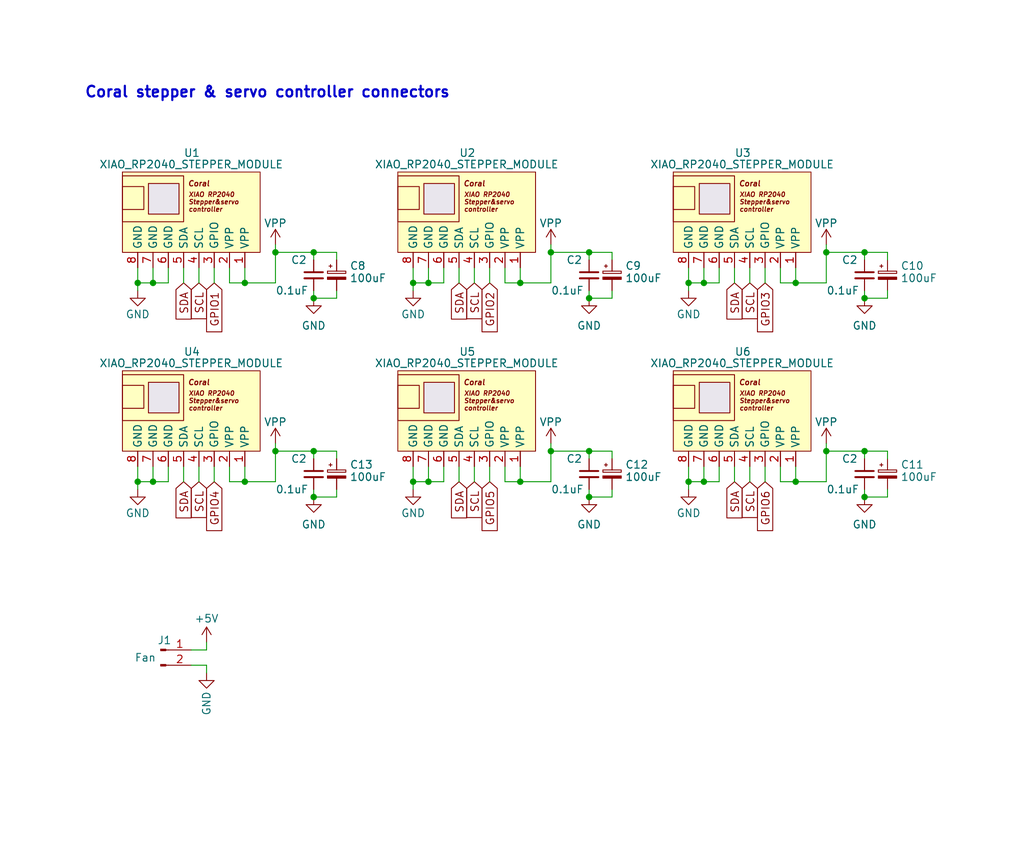
<source format=kicad_sch>
(kicad_sch (version 20230121) (generator eeschema)

  (uuid 44e254d1-1fbc-4905-aea0-99a7c6f7476a)

  (paper "User" 170.002 140.005)

  (lib_symbols
    (symbol "Connector:Conn_01x02_Pin" (pin_names (offset 1.016) hide) (in_bom yes) (on_board yes)
      (property "Reference" "J" (at 0 2.54 0)
        (effects (font (size 1.27 1.27)))
      )
      (property "Value" "Conn_01x02_Pin" (at 0 -5.08 0)
        (effects (font (size 1.27 1.27)))
      )
      (property "Footprint" "" (at 0 0 0)
        (effects (font (size 1.27 1.27)) hide)
      )
      (property "Datasheet" "~" (at 0 0 0)
        (effects (font (size 1.27 1.27)) hide)
      )
      (property "ki_locked" "" (at 0 0 0)
        (effects (font (size 1.27 1.27)))
      )
      (property "ki_keywords" "connector" (at 0 0 0)
        (effects (font (size 1.27 1.27)) hide)
      )
      (property "ki_description" "Generic connector, single row, 01x02, script generated" (at 0 0 0)
        (effects (font (size 1.27 1.27)) hide)
      )
      (property "ki_fp_filters" "Connector*:*_1x??_*" (at 0 0 0)
        (effects (font (size 1.27 1.27)) hide)
      )
      (symbol "Conn_01x02_Pin_1_1"
        (polyline
          (pts
            (xy 1.27 -2.54)
            (xy 0.8636 -2.54)
          )
          (stroke (width 0.1524) (type default))
          (fill (type none))
        )
        (polyline
          (pts
            (xy 1.27 0)
            (xy 0.8636 0)
          )
          (stroke (width 0.1524) (type default))
          (fill (type none))
        )
        (rectangle (start 0.8636 -2.413) (end 0 -2.667)
          (stroke (width 0.1524) (type default))
          (fill (type outline))
        )
        (rectangle (start 0.8636 0.127) (end 0 -0.127)
          (stroke (width 0.1524) (type default))
          (fill (type outline))
        )
        (pin passive line (at 5.08 0 180) (length 3.81)
          (name "Pin_1" (effects (font (size 1.27 1.27))))
          (number "1" (effects (font (size 1.27 1.27))))
        )
        (pin passive line (at 5.08 -2.54 180) (length 3.81)
          (name "Pin_2" (effects (font (size 1.27 1.27))))
          (number "2" (effects (font (size 1.27 1.27))))
        )
      )
    )
    (symbol "Coral_XIAORP2040_Stepper_module_1" (in_bom yes) (on_board yes)
      (property "Reference" "U" (at 0 8.89 0)
        (effects (font (size 1.27 1.27)))
      )
      (property "Value" "" (at -1.27 0.635 0)
        (effects (font (size 1.27 1.27)))
      )
      (property "Footprint" "" (at -1.27 0.635 0)
        (effects (font (size 1.27 1.27)) hide)
      )
      (property "Datasheet" "" (at -1.27 0.635 0)
        (effects (font (size 1.27 1.27)) hide)
      )
      (symbol "Coral_XIAORP2040_Stepper_module_1_1_1"
        (rectangle (start -11.43 4.572) (end -7.874 0.762)
          (stroke (width 0) (type default))
          (fill (type none))
        )
        (rectangle (start -11.43 6.35) (end -1.27 -1.27)
          (stroke (width 0) (type default))
          (fill (type none))
        )
        (rectangle (start -11.43 6.985) (end 11.43 -6.35)
          (stroke (width 0) (type default))
          (fill (type background))
        )
        (rectangle (start -7.112 5.08) (end -2.032 0)
          (stroke (width 0) (type default))
          (fill (type color) (color 233 230 237 1))
        )
        (text "Coral" (at 1.27 5.08 0)
          (effects (font (size 0.889 0.889) bold italic))
        )
        (text "XIAO RP2040\nStepper&servo\ncontroller" (at -0.508 2.032 0)
          (effects (font (size 0.762 0.762) italic) (justify left))
        )
        (pin input line (at 8.89 -8.89 90) (length 2.54)
          (name "VPP" (effects (font (size 1.27 1.27))))
          (number "1" (effects (font (size 1.27 1.27))))
        )
        (pin input line (at 6.35 -8.89 90) (length 2.54)
          (name "VPP" (effects (font (size 1.27 1.27))))
          (number "2" (effects (font (size 1.27 1.27))))
        )
        (pin input line (at 3.81 -8.89 90) (length 2.54)
          (name "GPIO" (effects (font (size 1.27 1.27))))
          (number "3" (effects (font (size 1.27 1.27))))
        )
        (pin input line (at 1.27 -8.89 90) (length 2.54)
          (name "SCL" (effects (font (size 1.27 1.27))))
          (number "4" (effects (font (size 1.27 1.27))))
        )
        (pin input line (at -1.27 -8.89 90) (length 2.54)
          (name "SDA" (effects (font (size 1.27 1.27))))
          (number "5" (effects (font (size 1.27 1.27))))
        )
        (pin input line (at -3.81 -8.89 90) (length 2.54)
          (name "GND" (effects (font (size 1.27 1.27))))
          (number "6" (effects (font (size 1.27 1.27))))
        )
        (pin input line (at -6.35 -8.89 90) (length 2.54)
          (name "GND" (effects (font (size 1.27 1.27))))
          (number "7" (effects (font (size 1.27 1.27))))
        )
        (pin input line (at -8.89 -8.89 90) (length 2.54)
          (name "GND" (effects (font (size 1.27 1.27))))
          (number "8" (effects (font (size 1.27 1.27))))
        )
      )
    )
    (symbol "Device:C_Polarized_Small" (pin_numbers hide) (pin_names (offset 0.254) hide) (in_bom yes) (on_board yes)
      (property "Reference" "C" (at 0.254 1.778 0)
        (effects (font (size 1.27 1.27)) (justify left))
      )
      (property "Value" "C_Polarized_Small" (at 0.254 -2.032 0)
        (effects (font (size 1.27 1.27)) (justify left))
      )
      (property "Footprint" "" (at 0 0 0)
        (effects (font (size 1.27 1.27)) hide)
      )
      (property "Datasheet" "~" (at 0 0 0)
        (effects (font (size 1.27 1.27)) hide)
      )
      (property "ki_keywords" "cap capacitor" (at 0 0 0)
        (effects (font (size 1.27 1.27)) hide)
      )
      (property "ki_description" "Polarized capacitor, small symbol" (at 0 0 0)
        (effects (font (size 1.27 1.27)) hide)
      )
      (property "ki_fp_filters" "CP_*" (at 0 0 0)
        (effects (font (size 1.27 1.27)) hide)
      )
      (symbol "C_Polarized_Small_0_1"
        (rectangle (start -1.524 -0.3048) (end 1.524 -0.6858)
          (stroke (width 0) (type default))
          (fill (type outline))
        )
        (rectangle (start -1.524 0.6858) (end 1.524 0.3048)
          (stroke (width 0) (type default))
          (fill (type none))
        )
        (polyline
          (pts
            (xy -1.27 1.524)
            (xy -0.762 1.524)
          )
          (stroke (width 0) (type default))
          (fill (type none))
        )
        (polyline
          (pts
            (xy -1.016 1.27)
            (xy -1.016 1.778)
          )
          (stroke (width 0) (type default))
          (fill (type none))
        )
      )
      (symbol "C_Polarized_Small_1_1"
        (pin passive line (at 0 2.54 270) (length 1.8542)
          (name "~" (effects (font (size 1.27 1.27))))
          (number "1" (effects (font (size 1.27 1.27))))
        )
        (pin passive line (at 0 -2.54 90) (length 1.8542)
          (name "~" (effects (font (size 1.27 1.27))))
          (number "2" (effects (font (size 1.27 1.27))))
        )
      )
    )
    (symbol "Device:C_Small" (pin_numbers hide) (pin_names (offset 0.254) hide) (in_bom yes) (on_board yes)
      (property "Reference" "C" (at 0.254 1.778 0)
        (effects (font (size 1.27 1.27)) (justify left))
      )
      (property "Value" "C_Small" (at 0.254 -2.032 0)
        (effects (font (size 1.27 1.27)) (justify left))
      )
      (property "Footprint" "" (at 0 0 0)
        (effects (font (size 1.27 1.27)) hide)
      )
      (property "Datasheet" "~" (at 0 0 0)
        (effects (font (size 1.27 1.27)) hide)
      )
      (property "ki_keywords" "capacitor cap" (at 0 0 0)
        (effects (font (size 1.27 1.27)) hide)
      )
      (property "ki_description" "Unpolarized capacitor, small symbol" (at 0 0 0)
        (effects (font (size 1.27 1.27)) hide)
      )
      (property "ki_fp_filters" "C_*" (at 0 0 0)
        (effects (font (size 1.27 1.27)) hide)
      )
      (symbol "C_Small_0_1"
        (polyline
          (pts
            (xy -1.524 -0.508)
            (xy 1.524 -0.508)
          )
          (stroke (width 0.3302) (type default))
          (fill (type none))
        )
        (polyline
          (pts
            (xy -1.524 0.508)
            (xy 1.524 0.508)
          )
          (stroke (width 0.3048) (type default))
          (fill (type none))
        )
      )
      (symbol "C_Small_1_1"
        (pin passive line (at 0 2.54 270) (length 2.032)
          (name "~" (effects (font (size 1.27 1.27))))
          (number "1" (effects (font (size 1.27 1.27))))
        )
        (pin passive line (at 0 -2.54 90) (length 2.032)
          (name "~" (effects (font (size 1.27 1.27))))
          (number "2" (effects (font (size 1.27 1.27))))
        )
      )
    )
    (symbol "power:+5V" (power) (pin_names (offset 0)) (in_bom yes) (on_board yes)
      (property "Reference" "#PWR" (at 0 -3.81 0)
        (effects (font (size 1.27 1.27)) hide)
      )
      (property "Value" "+5V" (at 0 3.556 0)
        (effects (font (size 1.27 1.27)))
      )
      (property "Footprint" "" (at 0 0 0)
        (effects (font (size 1.27 1.27)) hide)
      )
      (property "Datasheet" "" (at 0 0 0)
        (effects (font (size 1.27 1.27)) hide)
      )
      (property "ki_keywords" "global power" (at 0 0 0)
        (effects (font (size 1.27 1.27)) hide)
      )
      (property "ki_description" "Power symbol creates a global label with name \"+5V\"" (at 0 0 0)
        (effects (font (size 1.27 1.27)) hide)
      )
      (symbol "+5V_0_1"
        (polyline
          (pts
            (xy -0.762 1.27)
            (xy 0 2.54)
          )
          (stroke (width 0) (type default))
          (fill (type none))
        )
        (polyline
          (pts
            (xy 0 0)
            (xy 0 2.54)
          )
          (stroke (width 0) (type default))
          (fill (type none))
        )
        (polyline
          (pts
            (xy 0 2.54)
            (xy 0.762 1.27)
          )
          (stroke (width 0) (type default))
          (fill (type none))
        )
      )
      (symbol "+5V_1_1"
        (pin power_in line (at 0 0 90) (length 0) hide
          (name "+5V" (effects (font (size 1.27 1.27))))
          (number "1" (effects (font (size 1.27 1.27))))
        )
      )
    )
    (symbol "power:GND" (power) (pin_names (offset 0)) (in_bom yes) (on_board yes)
      (property "Reference" "#PWR" (at 0 -6.35 0)
        (effects (font (size 1.27 1.27)) hide)
      )
      (property "Value" "GND" (at 0 -3.81 0)
        (effects (font (size 1.27 1.27)))
      )
      (property "Footprint" "" (at 0 0 0)
        (effects (font (size 1.27 1.27)) hide)
      )
      (property "Datasheet" "" (at 0 0 0)
        (effects (font (size 1.27 1.27)) hide)
      )
      (property "ki_keywords" "power-flag" (at 0 0 0)
        (effects (font (size 1.27 1.27)) hide)
      )
      (property "ki_description" "Power symbol creates a global label with name \"GND\" , ground" (at 0 0 0)
        (effects (font (size 1.27 1.27)) hide)
      )
      (symbol "GND_0_1"
        (polyline
          (pts
            (xy 0 0)
            (xy 0 -1.27)
            (xy 1.27 -1.27)
            (xy 0 -2.54)
            (xy -1.27 -1.27)
            (xy 0 -1.27)
          )
          (stroke (width 0) (type default))
          (fill (type none))
        )
      )
      (symbol "GND_1_1"
        (pin power_in line (at 0 0 270) (length 0) hide
          (name "GND" (effects (font (size 1.27 1.27))))
          (number "1" (effects (font (size 1.27 1.27))))
        )
      )
    )
    (symbol "power:VPP" (power) (pin_names (offset 0)) (in_bom yes) (on_board yes)
      (property "Reference" "#PWR" (at 0 -3.81 0)
        (effects (font (size 1.27 1.27)) hide)
      )
      (property "Value" "VPP" (at 0 3.81 0)
        (effects (font (size 1.27 1.27)))
      )
      (property "Footprint" "" (at 0 0 0)
        (effects (font (size 1.27 1.27)) hide)
      )
      (property "Datasheet" "" (at 0 0 0)
        (effects (font (size 1.27 1.27)) hide)
      )
      (property "ki_keywords" "power-flag" (at 0 0 0)
        (effects (font (size 1.27 1.27)) hide)
      )
      (property "ki_description" "Power symbol creates a global label with name \"VPP\"" (at 0 0 0)
        (effects (font (size 1.27 1.27)) hide)
      )
      (symbol "VPP_0_1"
        (polyline
          (pts
            (xy -0.762 1.27)
            (xy 0 2.54)
          )
          (stroke (width 0) (type default))
          (fill (type none))
        )
        (polyline
          (pts
            (xy 0 0)
            (xy 0 2.54)
          )
          (stroke (width 0) (type default))
          (fill (type none))
        )
        (polyline
          (pts
            (xy 0 2.54)
            (xy 0.762 1.27)
          )
          (stroke (width 0) (type default))
          (fill (type none))
        )
      )
      (symbol "VPP_1_1"
        (pin power_in line (at 0 0 90) (length 0) hide
          (name "VPP" (effects (font (size 1.27 1.27))))
          (number "1" (effects (font (size 1.27 1.27))))
        )
      )
    )
  )

  (junction (at 97.79 74.93) (diameter 0) (color 0 0 0 0)
    (uuid 00e40d7f-8b2d-458c-95f8-5c6e2021ce77)
  )
  (junction (at 40.64 46.99) (diameter 0) (color 0 0 0 0)
    (uuid 08bf7491-31ec-48b3-93c2-d6c10fda9558)
  )
  (junction (at 25.4 46.99) (diameter 0) (color 0 0 0 0)
    (uuid 13053149-58b5-450d-b9e8-b95ea0b78f42)
  )
  (junction (at 97.79 82.55) (diameter 0) (color 0 0 0 0)
    (uuid 19660a4c-92a0-48e6-bc01-a6f59c5918a1)
  )
  (junction (at 143.51 74.93) (diameter 0) (color 0 0 0 0)
    (uuid 1f201232-371b-4f13-a726-10da3c289937)
  )
  (junction (at 114.3 80.01) (diameter 0) (color 0 0 0 0)
    (uuid 23bba356-8c4c-4555-8ca9-a48a29350482)
  )
  (junction (at 143.51 49.53) (diameter 0) (color 0 0 0 0)
    (uuid 25d219d5-05b4-45b4-9dd3-5be41595b0cb)
  )
  (junction (at 22.86 46.99) (diameter 0) (color 0 0 0 0)
    (uuid 294e933d-e87f-44c7-bcb3-55381bc52a65)
  )
  (junction (at 71.12 80.01) (diameter 0) (color 0 0 0 0)
    (uuid 2be2e011-d1c0-40b8-9ab7-125405e34d44)
  )
  (junction (at 86.36 80.01) (diameter 0) (color 0 0 0 0)
    (uuid 3481699d-8600-4269-90a9-5349b11f639a)
  )
  (junction (at 97.79 41.91) (diameter 0) (color 0 0 0 0)
    (uuid 35da2f63-53a8-4f48-bc12-137da0c094b6)
  )
  (junction (at 22.86 80.01) (diameter 0) (color 0 0 0 0)
    (uuid 3838a23c-8775-497d-a309-6b850b05cfc1)
  )
  (junction (at 132.08 80.01) (diameter 0) (color 0 0 0 0)
    (uuid 3c6b3c24-8e63-415d-ad04-edfd69be00ed)
  )
  (junction (at 68.58 80.01) (diameter 0) (color 0 0 0 0)
    (uuid 3d3e7634-4ab5-404f-b7bb-5f0321835555)
  )
  (junction (at 40.64 80.01) (diameter 0) (color 0 0 0 0)
    (uuid 461e5c7f-52e2-44b9-9499-9fe4b3cdda07)
  )
  (junction (at 143.51 41.91) (diameter 0) (color 0 0 0 0)
    (uuid 4b882eab-f13f-4541-b582-4bfaa8d6cd66)
  )
  (junction (at 91.44 74.93) (diameter 0) (color 0 0 0 0)
    (uuid 4cd93276-9267-46cb-9ca8-94fda2a008a0)
  )
  (junction (at 52.07 41.91) (diameter 0) (color 0 0 0 0)
    (uuid 4fafff64-2783-4f1f-aa3f-3900f4fbd30b)
  )
  (junction (at 116.84 46.99) (diameter 0) (color 0 0 0 0)
    (uuid 628293f2-2156-4e76-87d2-a613613c44bd)
  )
  (junction (at 52.07 74.93) (diameter 0) (color 0 0 0 0)
    (uuid 680aeb8a-d59c-43e3-bc84-451fde7bbe90)
  )
  (junction (at 71.12 46.99) (diameter 0) (color 0 0 0 0)
    (uuid 7a0ab7e0-36b9-498f-9f35-a26eabc48700)
  )
  (junction (at 97.79 49.53) (diameter 0) (color 0 0 0 0)
    (uuid 7da9f5ff-7ee3-4f76-88a8-be0c7b73ea86)
  )
  (junction (at 114.3 46.99) (diameter 0) (color 0 0 0 0)
    (uuid 7f366c2a-a9c7-4730-9f8f-55d7bbdb8e5b)
  )
  (junction (at 25.4 80.01) (diameter 0) (color 0 0 0 0)
    (uuid 852c599c-973c-4b83-9a2d-b46265998c93)
  )
  (junction (at 45.72 41.91) (diameter 0) (color 0 0 0 0)
    (uuid 8f363236-5662-4fd8-9b42-232a51fe7b8d)
  )
  (junction (at 68.58 46.99) (diameter 0) (color 0 0 0 0)
    (uuid a44ed003-0b94-4543-9906-ab283702534a)
  )
  (junction (at 116.84 80.01) (diameter 0) (color 0 0 0 0)
    (uuid a7a9ce90-8a1e-47b5-9fe6-023680f2bd81)
  )
  (junction (at 52.07 49.53) (diameter 0) (color 0 0 0 0)
    (uuid a9c75d26-c00c-41ca-9ac3-fbe5d94b9b8b)
  )
  (junction (at 143.51 82.55) (diameter 0) (color 0 0 0 0)
    (uuid b2f8b5cc-0105-42b4-816f-a72fd827d9e2)
  )
  (junction (at 91.44 41.91) (diameter 0) (color 0 0 0 0)
    (uuid cf1ea464-bb68-4b00-ac4d-30c46c84c7c9)
  )
  (junction (at 52.07 82.55) (diameter 0) (color 0 0 0 0)
    (uuid cf95122b-7a37-4451-beb9-eef6e9c7c427)
  )
  (junction (at 132.08 46.99) (diameter 0) (color 0 0 0 0)
    (uuid df6754db-a28a-494d-ab50-5f97b8a1049c)
  )
  (junction (at 86.36 46.99) (diameter 0) (color 0 0 0 0)
    (uuid e0542a3f-59bb-4ec9-81eb-15d7061c55f7)
  )
  (junction (at 137.16 41.91) (diameter 0) (color 0 0 0 0)
    (uuid e50517c4-7962-47d5-bea8-1a729971b1ce)
  )
  (junction (at 45.72 74.93) (diameter 0) (color 0 0 0 0)
    (uuid eae7e69e-1ec3-4ed1-a985-4b6b28f09457)
  )
  (junction (at 137.16 74.93) (diameter 0) (color 0 0 0 0)
    (uuid ef3b5533-efa7-4e53-b892-6c4d4d548ba8)
  )

  (wire (pts (xy 121.92 44.45) (xy 121.92 46.99))
    (stroke (width 0) (type default))
    (uuid 017f0edb-a90e-46d0-a3d6-6c9a51356599)
  )
  (wire (pts (xy 86.36 44.45) (xy 86.36 46.99))
    (stroke (width 0) (type default))
    (uuid 0272157a-b03d-48bb-8849-a726f0da35a3)
  )
  (wire (pts (xy 114.3 77.47) (xy 114.3 80.01))
    (stroke (width 0) (type default))
    (uuid 03439239-319d-4f4b-9e6d-5b77c8b4de81)
  )
  (wire (pts (xy 91.44 41.91) (xy 91.44 46.99))
    (stroke (width 0) (type default))
    (uuid 038df2ea-97f9-4997-9772-4d071be361a6)
  )
  (wire (pts (xy 38.1 46.99) (xy 40.64 46.99))
    (stroke (width 0) (type default))
    (uuid 03b48c13-544e-4c63-a282-61d5e928993e)
  )
  (wire (pts (xy 119.38 44.45) (xy 119.38 46.99))
    (stroke (width 0) (type default))
    (uuid 05492138-36a0-471a-8400-92c007b7d9b4)
  )
  (wire (pts (xy 55.88 49.53) (xy 52.07 49.53))
    (stroke (width 0) (type default))
    (uuid 09c22d94-5475-4169-a5fd-a519aa05e777)
  )
  (wire (pts (xy 68.58 80.01) (xy 68.58 81.28))
    (stroke (width 0) (type default))
    (uuid 0e1bfe7c-e1f7-42a7-9d3d-78b65fc4989e)
  )
  (wire (pts (xy 45.72 46.99) (xy 40.64 46.99))
    (stroke (width 0) (type default))
    (uuid 1143e7ea-89ce-4dad-bc8f-fe366cfb062b)
  )
  (wire (pts (xy 52.07 48.26) (xy 52.07 49.53))
    (stroke (width 0) (type default))
    (uuid 145a36a3-e08d-4383-b899-cd0cda1cf513)
  )
  (wire (pts (xy 83.82 77.47) (xy 83.82 80.01))
    (stroke (width 0) (type default))
    (uuid 16a835b2-e9e8-4b15-af7e-0e15e9d2150b)
  )
  (wire (pts (xy 119.38 46.99) (xy 116.84 46.99))
    (stroke (width 0) (type default))
    (uuid 1a09969c-44c2-4ef7-a864-bfbcd16325b2)
  )
  (wire (pts (xy 38.1 77.47) (xy 38.1 80.01))
    (stroke (width 0) (type default))
    (uuid 1a449e5a-d416-49ea-865d-0b09d0b1302d)
  )
  (wire (pts (xy 101.6 49.53) (xy 97.79 49.53))
    (stroke (width 0) (type default))
    (uuid 1b3416b7-1ecc-48ac-96fb-64ccf63d562d)
  )
  (wire (pts (xy 25.4 46.99) (xy 22.86 46.99))
    (stroke (width 0) (type default))
    (uuid 1e15fa43-99ca-43c9-b363-17c7a6cd4071)
  )
  (wire (pts (xy 55.88 48.26) (xy 55.88 49.53))
    (stroke (width 0) (type default))
    (uuid 1ea16733-8a09-4bca-97c4-42d2f420c9bf)
  )
  (wire (pts (xy 137.16 73.66) (xy 137.16 74.93))
    (stroke (width 0) (type default))
    (uuid 1ecf4add-1e2f-4d0a-b4f4-a69beae8f227)
  )
  (wire (pts (xy 83.82 44.45) (xy 83.82 46.99))
    (stroke (width 0) (type default))
    (uuid 1f057d8f-0dde-4fb5-9924-6cdb2f78ce6e)
  )
  (wire (pts (xy 34.29 110.49) (xy 34.29 111.76))
    (stroke (width 0) (type default))
    (uuid 1f829822-97e0-4f62-a49f-bb9d5800161e)
  )
  (wire (pts (xy 116.84 46.99) (xy 114.3 46.99))
    (stroke (width 0) (type default))
    (uuid 21452e61-6554-47a8-9e93-2e9d4960ba6a)
  )
  (wire (pts (xy 97.79 82.55) (xy 101.6 82.55))
    (stroke (width 0) (type default))
    (uuid 21a6d170-e5d5-471a-b504-bfd5439f8e51)
  )
  (wire (pts (xy 91.44 74.93) (xy 97.79 74.93))
    (stroke (width 0) (type default))
    (uuid 22c8c5b0-3afc-4042-af82-74dae0bc937e)
  )
  (wire (pts (xy 71.12 80.01) (xy 68.58 80.01))
    (stroke (width 0) (type default))
    (uuid 235895f9-df9d-42f4-9a3e-c702b0c11ecb)
  )
  (wire (pts (xy 129.54 80.01) (xy 132.08 80.01))
    (stroke (width 0) (type default))
    (uuid 2467725a-f5ea-4cf5-aa91-9d56a7b92fd5)
  )
  (wire (pts (xy 101.6 48.26) (xy 101.6 49.53))
    (stroke (width 0) (type default))
    (uuid 29e55a70-2c66-4ad7-92bb-300522eb442c)
  )
  (wire (pts (xy 25.4 77.47) (xy 25.4 80.01))
    (stroke (width 0) (type default))
    (uuid 2b16da3c-5d85-4ec1-be56-8112393d8ba5)
  )
  (wire (pts (xy 27.94 77.47) (xy 27.94 80.01))
    (stroke (width 0) (type default))
    (uuid 2dc2f2f1-fe38-487d-ba6a-ada972ecf5ad)
  )
  (wire (pts (xy 52.07 74.93) (xy 52.07 76.2))
    (stroke (width 0) (type default))
    (uuid 32d3c902-c11a-4a88-a3df-893f21484dbb)
  )
  (wire (pts (xy 31.75 107.95) (xy 34.29 107.95))
    (stroke (width 0) (type default))
    (uuid 35467a0b-1864-4461-b9ad-231cb6cb4246)
  )
  (wire (pts (xy 137.16 46.99) (xy 132.08 46.99))
    (stroke (width 0) (type default))
    (uuid 3775e91f-f396-4dcd-abb9-6d7c93c17e47)
  )
  (wire (pts (xy 73.66 44.45) (xy 73.66 46.99))
    (stroke (width 0) (type default))
    (uuid 37abc8cd-826f-438d-88a5-14af0e02bbf0)
  )
  (wire (pts (xy 97.79 41.91) (xy 97.79 43.18))
    (stroke (width 0) (type default))
    (uuid 3acd80a5-6e7a-4498-b6e8-85591642e8a0)
  )
  (wire (pts (xy 40.64 77.47) (xy 40.64 80.01))
    (stroke (width 0) (type default))
    (uuid 3b894e37-8f14-4fc9-9ec0-6f32ffa6ab1e)
  )
  (wire (pts (xy 143.51 74.93) (xy 147.32 74.93))
    (stroke (width 0) (type default))
    (uuid 3c7e23dc-7a31-40eb-b5c8-aecee3544257)
  )
  (wire (pts (xy 45.72 73.66) (xy 45.72 74.93))
    (stroke (width 0) (type default))
    (uuid 433e82b5-a73b-4fa2-82b4-a664d62a38e3)
  )
  (wire (pts (xy 114.3 46.99) (xy 114.3 48.26))
    (stroke (width 0) (type default))
    (uuid 45022fca-a6ea-4408-a4de-a2ca7613849c)
  )
  (wire (pts (xy 143.51 41.91) (xy 147.32 41.91))
    (stroke (width 0) (type default))
    (uuid 47ab817d-08e9-4895-a6ee-e981361f3d3f)
  )
  (wire (pts (xy 27.94 46.99) (xy 25.4 46.99))
    (stroke (width 0) (type default))
    (uuid 47d54962-61e0-49c3-8b14-c6a2b9bf7e89)
  )
  (wire (pts (xy 45.72 40.64) (xy 45.72 41.91))
    (stroke (width 0) (type default))
    (uuid 4824785c-057a-41b9-8af2-c6887c2c0fb2)
  )
  (wire (pts (xy 22.86 46.99) (xy 22.86 48.26))
    (stroke (width 0) (type default))
    (uuid 4e649687-c5bb-4cbe-acef-01976eb7a801)
  )
  (wire (pts (xy 101.6 76.2) (xy 101.6 74.93))
    (stroke (width 0) (type default))
    (uuid 504e6386-2bb1-4cd5-b08f-58766e8ac6f3)
  )
  (wire (pts (xy 116.84 77.47) (xy 116.84 80.01))
    (stroke (width 0) (type default))
    (uuid 50be479c-05a0-4b5c-8e28-7eb5b1f4eebb)
  )
  (wire (pts (xy 52.07 41.91) (xy 55.88 41.91))
    (stroke (width 0) (type default))
    (uuid 57271ba0-f015-466d-b014-532875d4babd)
  )
  (wire (pts (xy 137.16 40.64) (xy 137.16 41.91))
    (stroke (width 0) (type default))
    (uuid 584fc267-fd6f-44b3-9846-968b7201eb14)
  )
  (wire (pts (xy 68.58 44.45) (xy 68.58 46.99))
    (stroke (width 0) (type default))
    (uuid 58ee8a1e-80dd-45ab-9d94-ad3d80181a1d)
  )
  (wire (pts (xy 35.56 77.47) (xy 35.56 80.01))
    (stroke (width 0) (type default))
    (uuid 59bd29fd-0d89-4948-838d-0bcd2028a362)
  )
  (wire (pts (xy 25.4 44.45) (xy 25.4 46.99))
    (stroke (width 0) (type default))
    (uuid 5a9a8d98-b96d-4916-9794-b0f31510fc1a)
  )
  (wire (pts (xy 147.32 48.26) (xy 147.32 49.53))
    (stroke (width 0) (type default))
    (uuid 622561d6-1b43-48c9-9996-8410e814e4b4)
  )
  (wire (pts (xy 78.74 77.47) (xy 78.74 80.01))
    (stroke (width 0) (type default))
    (uuid 6598434b-c98e-4f67-8ebc-30ef9f19acc6)
  )
  (wire (pts (xy 71.12 44.45) (xy 71.12 46.99))
    (stroke (width 0) (type default))
    (uuid 65b5d393-8634-4fed-8d1c-a128cfa485c0)
  )
  (wire (pts (xy 81.28 77.47) (xy 81.28 80.01))
    (stroke (width 0) (type default))
    (uuid 669cb0e7-6d41-4556-a91c-e74f384d6ee3)
  )
  (wire (pts (xy 34.29 107.95) (xy 34.29 106.68))
    (stroke (width 0) (type default))
    (uuid 66a5d106-37f4-47db-960f-ed5b60e344c3)
  )
  (wire (pts (xy 38.1 44.45) (xy 38.1 46.99))
    (stroke (width 0) (type default))
    (uuid 67a7775f-182f-4836-bee9-50a68f5e8c48)
  )
  (wire (pts (xy 101.6 74.93) (xy 97.79 74.93))
    (stroke (width 0) (type default))
    (uuid 680e5820-c5b5-4047-b74d-0e0d2a60bffe)
  )
  (wire (pts (xy 68.58 46.99) (xy 68.58 48.26))
    (stroke (width 0) (type default))
    (uuid 69d76efd-e396-4519-bcc5-0f2c3246422d)
  )
  (wire (pts (xy 143.51 82.55) (xy 147.32 82.55))
    (stroke (width 0) (type default))
    (uuid 69fc389a-03fd-4382-8412-f6e569b0b947)
  )
  (wire (pts (xy 132.08 44.45) (xy 132.08 46.99))
    (stroke (width 0) (type default))
    (uuid 6a55900e-cfa3-43b4-8b39-203b449649ec)
  )
  (wire (pts (xy 45.72 41.91) (xy 45.72 46.99))
    (stroke (width 0) (type default))
    (uuid 70a510a6-0d62-473a-9b5f-c47ca9dc06da)
  )
  (wire (pts (xy 91.44 40.64) (xy 91.44 41.91))
    (stroke (width 0) (type default))
    (uuid 7194f686-69d0-4976-81fe-00e672926b58)
  )
  (wire (pts (xy 137.16 74.93) (xy 137.16 80.01))
    (stroke (width 0) (type default))
    (uuid 72545c4a-151b-42c8-ae00-d9ae1f5ac356)
  )
  (wire (pts (xy 137.16 80.01) (xy 132.08 80.01))
    (stroke (width 0) (type default))
    (uuid 77e39151-342a-4dfc-9c36-6453ce928f3e)
  )
  (wire (pts (xy 91.44 80.01) (xy 86.36 80.01))
    (stroke (width 0) (type default))
    (uuid 7f4c3d46-6328-4740-b4ff-34302775d6ee)
  )
  (wire (pts (xy 45.72 80.01) (xy 40.64 80.01))
    (stroke (width 0) (type default))
    (uuid 7f59b805-528c-40d5-9e85-d2fa57590d92)
  )
  (wire (pts (xy 73.66 80.01) (xy 71.12 80.01))
    (stroke (width 0) (type default))
    (uuid 7f6b9592-f8f7-4479-b9a3-28f9a6f4bfc6)
  )
  (wire (pts (xy 124.46 77.47) (xy 124.46 80.01))
    (stroke (width 0) (type default))
    (uuid 807619bb-f0b6-4512-a18b-f015a5d3600f)
  )
  (wire (pts (xy 119.38 77.47) (xy 119.38 80.01))
    (stroke (width 0) (type default))
    (uuid 80785cef-4f90-4e10-966d-db0730772e85)
  )
  (wire (pts (xy 129.54 44.45) (xy 129.54 46.99))
    (stroke (width 0) (type default))
    (uuid 81d85cca-189b-4aea-aeeb-d68dd076b52b)
  )
  (wire (pts (xy 116.84 80.01) (xy 114.3 80.01))
    (stroke (width 0) (type default))
    (uuid 81e39dfa-7127-40a6-8ed9-361c4c12283d)
  )
  (wire (pts (xy 22.86 80.01) (xy 22.86 81.28))
    (stroke (width 0) (type default))
    (uuid 82ba1392-6a73-4a6a-a493-7a389eb40ab4)
  )
  (wire (pts (xy 71.12 46.99) (xy 68.58 46.99))
    (stroke (width 0) (type default))
    (uuid 83bcb194-c4fd-4a6a-9163-a96d28432471)
  )
  (wire (pts (xy 52.07 41.91) (xy 52.07 43.18))
    (stroke (width 0) (type default))
    (uuid 8539a629-7a01-4e44-a984-9982f0c467c3)
  )
  (wire (pts (xy 55.88 82.55) (xy 52.07 82.55))
    (stroke (width 0) (type default))
    (uuid 85f40a10-d889-40f7-991e-5e4686bcf1a0)
  )
  (wire (pts (xy 127 44.45) (xy 127 46.99))
    (stroke (width 0) (type default))
    (uuid 8715c365-1069-4704-be4b-07842422bee1)
  )
  (wire (pts (xy 76.2 77.47) (xy 76.2 80.01))
    (stroke (width 0) (type default))
    (uuid 89ccccf3-8ccd-45d0-9531-76f661f5d387)
  )
  (wire (pts (xy 91.44 46.99) (xy 86.36 46.99))
    (stroke (width 0) (type default))
    (uuid 8ad895bc-9e50-40c6-a9b5-59e2387f6234)
  )
  (wire (pts (xy 147.32 81.28) (xy 147.32 82.55))
    (stroke (width 0) (type default))
    (uuid 8bb8c55d-4d1e-4cc6-9ce2-392816fb60fd)
  )
  (wire (pts (xy 116.84 44.45) (xy 116.84 46.99))
    (stroke (width 0) (type default))
    (uuid 8e16d00d-d378-43bb-8df8-38cff4a16304)
  )
  (wire (pts (xy 137.16 74.93) (xy 143.51 74.93))
    (stroke (width 0) (type default))
    (uuid 8eba9b59-6a83-4acb-b496-abed557d9e03)
  )
  (wire (pts (xy 25.4 80.01) (xy 22.86 80.01))
    (stroke (width 0) (type default))
    (uuid 8ee0e2c8-fb68-481b-813c-0bac285223a5)
  )
  (wire (pts (xy 33.02 44.45) (xy 33.02 46.99))
    (stroke (width 0) (type default))
    (uuid 8f95b764-e60e-4fd6-8a44-adeab46416de)
  )
  (wire (pts (xy 31.75 110.49) (xy 34.29 110.49))
    (stroke (width 0) (type default))
    (uuid 8fd02b96-56a2-4ee3-a02c-7daf9878a3ac)
  )
  (wire (pts (xy 91.44 74.93) (xy 91.44 80.01))
    (stroke (width 0) (type default))
    (uuid 92194b16-c31d-45de-a1cd-48dffb07fa87)
  )
  (wire (pts (xy 73.66 77.47) (xy 73.66 80.01))
    (stroke (width 0) (type default))
    (uuid 92baa03b-b9ac-4d79-9d08-f1569b004389)
  )
  (wire (pts (xy 137.16 41.91) (xy 143.51 41.91))
    (stroke (width 0) (type default))
    (uuid 93da0676-9f07-4e65-b167-af646ba2f620)
  )
  (wire (pts (xy 127 77.47) (xy 127 80.01))
    (stroke (width 0) (type default))
    (uuid 9867c027-1df1-4eac-8f93-538bbd3fc0f0)
  )
  (wire (pts (xy 45.72 74.93) (xy 52.07 74.93))
    (stroke (width 0) (type default))
    (uuid 99e6c44e-97d5-4fc8-88cd-a7aa7b2fb5e2)
  )
  (wire (pts (xy 83.82 46.99) (xy 86.36 46.99))
    (stroke (width 0) (type default))
    (uuid 99fe6a6e-12fe-4937-bd70-6d9525308113)
  )
  (wire (pts (xy 30.48 44.45) (xy 30.48 46.99))
    (stroke (width 0) (type default))
    (uuid 9adc60fb-30ba-450c-af63-80b0ead586a5)
  )
  (wire (pts (xy 40.64 44.45) (xy 40.64 46.99))
    (stroke (width 0) (type default))
    (uuid a42d683c-180c-490b-bac1-7513c4d374d9)
  )
  (wire (pts (xy 97.79 74.93) (xy 97.79 76.2))
    (stroke (width 0) (type default))
    (uuid a5916c45-3c07-4460-9d53-46512b722953)
  )
  (wire (pts (xy 101.6 41.91) (xy 101.6 43.18))
    (stroke (width 0) (type default))
    (uuid a5a27b49-3244-4af0-b582-a597a2fd3c05)
  )
  (wire (pts (xy 22.86 77.47) (xy 22.86 80.01))
    (stroke (width 0) (type default))
    (uuid a6a18848-a8fe-40fe-94df-85f6ec085f43)
  )
  (wire (pts (xy 143.51 41.91) (xy 143.51 43.18))
    (stroke (width 0) (type default))
    (uuid a6fd8ab5-ff65-4076-81e7-2361137f5bd8)
  )
  (wire (pts (xy 55.88 74.93) (xy 52.07 74.93))
    (stroke (width 0) (type default))
    (uuid a7289b19-dcd5-4c20-aa3e-27e90b7247fd)
  )
  (wire (pts (xy 33.02 77.47) (xy 33.02 80.01))
    (stroke (width 0) (type default))
    (uuid aa1ed38d-28e4-476f-8474-0341199c0fc9)
  )
  (wire (pts (xy 97.79 48.26) (xy 97.79 49.53))
    (stroke (width 0) (type default))
    (uuid aca014db-5d5a-4be7-bc92-2ea5442788a2)
  )
  (wire (pts (xy 147.32 41.91) (xy 147.32 43.18))
    (stroke (width 0) (type default))
    (uuid ad8b0ded-5881-4e4b-a0e2-0aa6cf6815cb)
  )
  (wire (pts (xy 38.1 80.01) (xy 40.64 80.01))
    (stroke (width 0) (type default))
    (uuid aef597cf-4bdb-4fbf-9cb0-9ba4713d02eb)
  )
  (wire (pts (xy 73.66 46.99) (xy 71.12 46.99))
    (stroke (width 0) (type default))
    (uuid b175a7f9-2243-4c09-8928-9a92cc86ae02)
  )
  (wire (pts (xy 114.3 44.45) (xy 114.3 46.99))
    (stroke (width 0) (type default))
    (uuid b3150a67-2155-4a16-bbca-6746f0f8db83)
  )
  (wire (pts (xy 143.51 74.93) (xy 143.51 76.2))
    (stroke (width 0) (type default))
    (uuid b3306da6-833d-4808-809e-65a43def2440)
  )
  (wire (pts (xy 45.72 74.93) (xy 45.72 80.01))
    (stroke (width 0) (type default))
    (uuid b46ab503-2447-47f6-8a4f-47dda3180307)
  )
  (wire (pts (xy 71.12 77.47) (xy 71.12 80.01))
    (stroke (width 0) (type default))
    (uuid b46c163a-0a7b-41c2-8774-a834b166f167)
  )
  (wire (pts (xy 132.08 77.47) (xy 132.08 80.01))
    (stroke (width 0) (type default))
    (uuid b9c73cb8-89c2-4fe3-ba5a-a4049bcb3b77)
  )
  (wire (pts (xy 91.44 73.66) (xy 91.44 74.93))
    (stroke (width 0) (type default))
    (uuid bb08f730-3029-4774-9b31-7c2486444509)
  )
  (wire (pts (xy 97.79 81.28) (xy 97.79 82.55))
    (stroke (width 0) (type default))
    (uuid bc268631-e2b7-460c-82e0-a6c93ed76299)
  )
  (wire (pts (xy 78.74 44.45) (xy 78.74 46.99))
    (stroke (width 0) (type default))
    (uuid bf9dcab9-1e42-4179-8124-71ae2fdd1d26)
  )
  (wire (pts (xy 137.16 41.91) (xy 137.16 46.99))
    (stroke (width 0) (type default))
    (uuid c0a519ec-22e4-450c-9725-bbc7716517bf)
  )
  (wire (pts (xy 143.51 48.26) (xy 143.51 49.53))
    (stroke (width 0) (type default))
    (uuid c4fd3cb4-3eec-4f6c-b603-801de259a19d)
  )
  (wire (pts (xy 147.32 74.93) (xy 147.32 76.2))
    (stroke (width 0) (type default))
    (uuid c8032840-dac0-4165-bac0-75a1cee47786)
  )
  (wire (pts (xy 27.94 80.01) (xy 25.4 80.01))
    (stroke (width 0) (type default))
    (uuid c8ce20a0-c4fc-488d-84dc-587c2cdcd656)
  )
  (wire (pts (xy 129.54 77.47) (xy 129.54 80.01))
    (stroke (width 0) (type default))
    (uuid cd2718ba-404a-4b12-9ebd-6b5c24d629d1)
  )
  (wire (pts (xy 76.2 44.45) (xy 76.2 46.99))
    (stroke (width 0) (type default))
    (uuid d066c913-4267-4734-af83-2d9d3f1d67ac)
  )
  (wire (pts (xy 68.58 77.47) (xy 68.58 80.01))
    (stroke (width 0) (type default))
    (uuid d3d2e142-c4ca-49ef-a631-fb55f7f2f034)
  )
  (wire (pts (xy 119.38 80.01) (xy 116.84 80.01))
    (stroke (width 0) (type default))
    (uuid d8c084f7-df2f-4a3b-b280-049737ad99bf)
  )
  (wire (pts (xy 55.88 41.91) (xy 55.88 43.18))
    (stroke (width 0) (type default))
    (uuid db5ab382-5f9a-429c-bf33-5c214fd86340)
  )
  (wire (pts (xy 81.28 44.45) (xy 81.28 46.99))
    (stroke (width 0) (type default))
    (uuid dc19342a-ec78-43ae-8ba3-d583254e4b55)
  )
  (wire (pts (xy 35.56 44.45) (xy 35.56 46.99))
    (stroke (width 0) (type default))
    (uuid de9427d1-9f7b-4cf9-9367-5e64089a3ee2)
  )
  (wire (pts (xy 86.36 77.47) (xy 86.36 80.01))
    (stroke (width 0) (type default))
    (uuid df9f1ac3-6f2b-49ff-a366-5474defb86d5)
  )
  (wire (pts (xy 55.88 81.28) (xy 55.88 82.55))
    (stroke (width 0) (type default))
    (uuid e080b690-cca9-4012-9407-46f20977966d)
  )
  (wire (pts (xy 143.51 49.53) (xy 147.32 49.53))
    (stroke (width 0) (type default))
    (uuid e19c7254-f656-4747-bb0f-759b11999b16)
  )
  (wire (pts (xy 30.48 77.47) (xy 30.48 80.01))
    (stroke (width 0) (type default))
    (uuid e24bf1b5-b9dd-4837-9cf4-6e157c4721c9)
  )
  (wire (pts (xy 83.82 80.01) (xy 86.36 80.01))
    (stroke (width 0) (type default))
    (uuid e388e20b-1629-4538-ac5e-cb999553bb3a)
  )
  (wire (pts (xy 129.54 46.99) (xy 132.08 46.99))
    (stroke (width 0) (type default))
    (uuid e968dba1-2f3d-48a7-944e-7d1eae16a145)
  )
  (wire (pts (xy 124.46 44.45) (xy 124.46 46.99))
    (stroke (width 0) (type default))
    (uuid e984451f-fe1b-46c1-85a9-674f3e49e2d5)
  )
  (wire (pts (xy 101.6 81.28) (xy 101.6 82.55))
    (stroke (width 0) (type default))
    (uuid eaeed5b5-3cdd-4601-befb-e40b96ab3c05)
  )
  (wire (pts (xy 27.94 44.45) (xy 27.94 46.99))
    (stroke (width 0) (type default))
    (uuid ec72d48c-5013-4fc2-89a5-fd3db8801a09)
  )
  (wire (pts (xy 97.79 41.91) (xy 101.6 41.91))
    (stroke (width 0) (type default))
    (uuid eef7ca85-0919-429a-8619-2ffafbc4c4b8)
  )
  (wire (pts (xy 143.51 81.28) (xy 143.51 82.55))
    (stroke (width 0) (type default))
    (uuid f29123e7-1a4d-4ed7-9358-2f19c6201027)
  )
  (wire (pts (xy 52.07 81.28) (xy 52.07 82.55))
    (stroke (width 0) (type default))
    (uuid f3dc5025-4efe-4549-98c0-936ab53c4794)
  )
  (wire (pts (xy 45.72 41.91) (xy 52.07 41.91))
    (stroke (width 0) (type default))
    (uuid f4306f3b-3fe2-40ed-a3d8-7a3a7d18b39d)
  )
  (wire (pts (xy 22.86 44.45) (xy 22.86 46.99))
    (stroke (width 0) (type default))
    (uuid f53c6c41-6312-4998-a118-22158742aae0)
  )
  (wire (pts (xy 121.92 77.47) (xy 121.92 80.01))
    (stroke (width 0) (type default))
    (uuid f6a00fdf-9513-436e-94b4-4ac27daaebea)
  )
  (wire (pts (xy 55.88 76.2) (xy 55.88 74.93))
    (stroke (width 0) (type default))
    (uuid f9ca2561-87e2-4823-b395-55520a185844)
  )
  (wire (pts (xy 114.3 80.01) (xy 114.3 81.28))
    (stroke (width 0) (type default))
    (uuid fddd7c8e-ba5b-48f7-8337-25460b786dba)
  )
  (wire (pts (xy 91.44 41.91) (xy 97.79 41.91))
    (stroke (width 0) (type default))
    (uuid ff71a276-e6ac-46b2-a841-67be143187e4)
  )

  (text "Coral stepper & servo controller connectors" (at 13.97 16.51 0)
    (effects (font (size 1.778 1.778) (thickness 0.3556) bold) (justify left bottom))
    (uuid 26cf5117-8d85-4664-9aa4-b87d47694a21)
  )

  (global_label "SDA" (shape input) (at 121.92 46.99 270) (fields_autoplaced)
    (effects (font (size 1.27 1.27)) (justify right))
    (uuid 2799e6ad-8814-43a4-a6e4-3a31179a367f)
    (property "Intersheetrefs" "${INTERSHEET_REFS}" (at 121.92 53.4639 90)
      (effects (font (size 1.27 1.27)) (justify right) hide)
    )
  )
  (global_label "SDA" (shape input) (at 76.2 80.01 270) (fields_autoplaced)
    (effects (font (size 1.27 1.27)) (justify right))
    (uuid 2bf9ad16-c3b0-4cd2-9649-03965637ba61)
    (property "Intersheetrefs" "${INTERSHEET_REFS}" (at 76.2 86.4839 90)
      (effects (font (size 1.27 1.27)) (justify right) hide)
    )
  )
  (global_label "SDA" (shape input) (at 121.92 80.01 270) (fields_autoplaced)
    (effects (font (size 1.27 1.27)) (justify right))
    (uuid 316fcd33-e681-4f3a-9949-b2f4de870807)
    (property "Intersheetrefs" "${INTERSHEET_REFS}" (at 121.92 86.4839 90)
      (effects (font (size 1.27 1.27)) (justify right) hide)
    )
  )
  (global_label "GPIO4" (shape input) (at 35.56 80.01 270) (fields_autoplaced)
    (effects (font (size 1.27 1.27)) (justify right))
    (uuid 379bdd6a-e5b5-4126-8b13-107c8e7f2ef6)
    (property "Intersheetrefs" "${INTERSHEET_REFS}" (at 35.56 88.6006 90)
      (effects (font (size 1.27 1.27)) (justify right) hide)
    )
  )
  (global_label "SCL" (shape input) (at 78.74 46.99 270) (fields_autoplaced)
    (effects (font (size 1.27 1.27)) (justify right))
    (uuid 4c68dcb4-9403-4977-bd1b-0e0126005642)
    (property "Intersheetrefs" "${INTERSHEET_REFS}" (at 78.74 53.4034 90)
      (effects (font (size 1.27 1.27)) (justify right) hide)
    )
  )
  (global_label "SDA" (shape input) (at 30.48 46.99 270) (fields_autoplaced)
    (effects (font (size 1.27 1.27)) (justify right))
    (uuid 5bc3d44c-2b73-46a2-a441-5ffbceaa3e4a)
    (property "Intersheetrefs" "${INTERSHEET_REFS}" (at 30.48 53.4639 90)
      (effects (font (size 1.27 1.27)) (justify right) hide)
    )
  )
  (global_label "SCL" (shape input) (at 78.74 80.01 270) (fields_autoplaced)
    (effects (font (size 1.27 1.27)) (justify right))
    (uuid 673715b4-a33a-4d4d-9eb3-7a5fa607fb61)
    (property "Intersheetrefs" "${INTERSHEET_REFS}" (at 78.74 86.4234 90)
      (effects (font (size 1.27 1.27)) (justify right) hide)
    )
  )
  (global_label "SDA" (shape input) (at 76.2 46.99 270) (fields_autoplaced)
    (effects (font (size 1.27 1.27)) (justify right))
    (uuid 762ab473-2ba0-4207-aafe-1e7932b9795c)
    (property "Intersheetrefs" "${INTERSHEET_REFS}" (at 76.2 53.4639 90)
      (effects (font (size 1.27 1.27)) (justify right) hide)
    )
  )
  (global_label "GPIO3" (shape input) (at 127 46.99 270) (fields_autoplaced)
    (effects (font (size 1.27 1.27)) (justify right))
    (uuid 83d0584f-6834-4807-8919-8e3e1b7b8c1f)
    (property "Intersheetrefs" "${INTERSHEET_REFS}" (at 127 55.5806 90)
      (effects (font (size 1.27 1.27)) (justify right) hide)
    )
  )
  (global_label "SCL" (shape input) (at 33.02 80.01 270) (fields_autoplaced)
    (effects (font (size 1.27 1.27)) (justify right))
    (uuid 881189e0-030b-4da8-9948-a8dc29eb5d04)
    (property "Intersheetrefs" "${INTERSHEET_REFS}" (at 33.02 86.4234 90)
      (effects (font (size 1.27 1.27)) (justify right) hide)
    )
  )
  (global_label "SDA" (shape input) (at 30.48 80.01 270) (fields_autoplaced)
    (effects (font (size 1.27 1.27)) (justify right))
    (uuid 914c7678-5e54-4058-82d4-6b3cbebf3d3c)
    (property "Intersheetrefs" "${INTERSHEET_REFS}" (at 30.48 86.4839 90)
      (effects (font (size 1.27 1.27)) (justify right) hide)
    )
  )
  (global_label "GPIO6" (shape input) (at 127 80.01 270) (fields_autoplaced)
    (effects (font (size 1.27 1.27)) (justify right))
    (uuid 94e38184-434a-4968-9867-0119fa2bc001)
    (property "Intersheetrefs" "${INTERSHEET_REFS}" (at 127 88.6006 90)
      (effects (font (size 1.27 1.27)) (justify right) hide)
    )
  )
  (global_label "SCL" (shape input) (at 33.02 46.99 270) (fields_autoplaced)
    (effects (font (size 1.27 1.27)) (justify right))
    (uuid 9c88f482-65e1-4b0b-a2e3-8635952e3313)
    (property "Intersheetrefs" "${INTERSHEET_REFS}" (at 33.02 53.4034 90)
      (effects (font (size 1.27 1.27)) (justify right) hide)
    )
  )
  (global_label "GPIO5" (shape input) (at 81.28 80.01 270) (fields_autoplaced)
    (effects (font (size 1.27 1.27)) (justify right))
    (uuid a9e20257-9229-44bd-96f1-10db53343a2c)
    (property "Intersheetrefs" "${INTERSHEET_REFS}" (at 81.28 88.6006 90)
      (effects (font (size 1.27 1.27)) (justify right) hide)
    )
  )
  (global_label "SCL" (shape input) (at 124.46 46.99 270) (fields_autoplaced)
    (effects (font (size 1.27 1.27)) (justify right))
    (uuid c4f8c2ec-4ad1-488e-adfa-ee3ef100f67b)
    (property "Intersheetrefs" "${INTERSHEET_REFS}" (at 124.46 53.4034 90)
      (effects (font (size 1.27 1.27)) (justify right) hide)
    )
  )
  (global_label "GPIO1" (shape input) (at 35.56 46.99 270) (fields_autoplaced)
    (effects (font (size 1.27 1.27)) (justify right))
    (uuid c8480c26-f3c1-4764-b1f8-ccb4ee4d1d54)
    (property "Intersheetrefs" "${INTERSHEET_REFS}" (at 35.56 55.5806 90)
      (effects (font (size 1.27 1.27)) (justify right) hide)
    )
  )
  (global_label "SCL" (shape input) (at 124.46 80.01 270) (fields_autoplaced)
    (effects (font (size 1.27 1.27)) (justify right))
    (uuid d08e2e85-c348-4188-95b0-e91677eab539)
    (property "Intersheetrefs" "${INTERSHEET_REFS}" (at 124.46 86.4234 90)
      (effects (font (size 1.27 1.27)) (justify right) hide)
    )
  )
  (global_label "GPIO2" (shape input) (at 81.28 46.99 270) (fields_autoplaced)
    (effects (font (size 1.27 1.27)) (justify right))
    (uuid ead0605b-2602-4f64-b376-b44b4d2f3d89)
    (property "Intersheetrefs" "${INTERSHEET_REFS}" (at 81.28 55.5806 90)
      (effects (font (size 1.27 1.27)) (justify right) hide)
    )
  )

  (symbol (lib_id "power:GND") (at 68.58 48.26 0) (unit 1)
    (in_bom yes) (on_board yes) (dnp no) (fields_autoplaced)
    (uuid 0bc4c0bb-4cbd-4712-9257-653c50929928)
    (property "Reference" "#PWR04" (at 68.58 54.61 0)
      (effects (font (size 1.27 1.27)) hide)
    )
    (property "Value" "GND" (at 68.58 52.205 0)
      (effects (font (size 1.27 1.27)))
    )
    (property "Footprint" "" (at 68.58 48.26 0)
      (effects (font (size 1.27 1.27)) hide)
    )
    (property "Datasheet" "" (at 68.58 48.26 0)
      (effects (font (size 1.27 1.27)) hide)
    )
    (pin "1" (uuid 066e1dec-cec2-4207-b545-ab95d7af5b37))
    (instances
      (project "PCBPT_Main_control_V1"
        (path "/67ad53b0-e724-4354-8add-ffbe056bca93/9c4f98f1-bc47-4c4b-bbad-ba5566d013b5"
          (reference "#PWR04") (unit 1)
        )
      )
      (project "Motor_module"
        (path "/e63e39d7-6ac0-4ffd-8aa3-1841a4541b55"
          (reference "#PWR0101") (unit 1)
        )
      )
    )
  )

  (symbol (lib_id "power:GND") (at 97.79 82.55 0) (unit 1)
    (in_bom yes) (on_board yes) (dnp no) (fields_autoplaced)
    (uuid 0d94dd29-c12a-4813-a748-26c994328708)
    (property "Reference" "#PWR018" (at 97.79 88.9 0)
      (effects (font (size 1.27 1.27)) hide)
    )
    (property "Value" "GND" (at 97.79 87.1125 0)
      (effects (font (size 1.27 1.27)))
    )
    (property "Footprint" "" (at 97.79 82.55 0)
      (effects (font (size 1.27 1.27)) hide)
    )
    (property "Datasheet" "" (at 97.79 82.55 0)
      (effects (font (size 1.27 1.27)) hide)
    )
    (pin "1" (uuid b574115f-60cf-4102-b002-a72a2878cd34))
    (instances
      (project "PCBPT_Main_control_V1"
        (path "/67ad53b0-e724-4354-8add-ffbe056bca93/9c4f98f1-bc47-4c4b-bbad-ba5566d013b5"
          (reference "#PWR018") (unit 1)
        )
      )
      (project "Motor_module"
        (path "/e63e39d7-6ac0-4ffd-8aa3-1841a4541b55"
          (reference "#PWR0112") (unit 1)
        )
      )
    )
  )

  (symbol (lib_name "Coral_XIAORP2040_Stepper_module_1") (lib_id "Mylib:Coral_XIAORP2040_Stepper_module") (at 77.47 35.56 0) (unit 1)
    (in_bom yes) (on_board yes) (dnp no)
    (uuid 0ecbe627-8b83-4a81-9619-9fb0d21c0c2a)
    (property "Reference" "U2" (at 76.2 25.4 0)
      (effects (font (size 1.27 1.27)) (justify left))
    )
    (property "Value" "XIAO_RP2040_STEPPER_MODULE" (at 77.47 27.305 0)
      (effects (font (size 1.27 1.27)))
    )
    (property "Footprint" "Mylib:Coral_XIAO_RP2040_stepper_ctrl" (at 76.2 34.925 0)
      (effects (font (size 1.27 1.27)) hide)
    )
    (property "Datasheet" "" (at 76.2 34.925 0)
      (effects (font (size 1.27 1.27)) hide)
    )
    (pin "1" (uuid cfc84895-40d9-4135-9ef7-e210d467dcb3))
    (pin "2" (uuid 79f7b360-4937-4686-ab86-999739c03e91))
    (pin "3" (uuid 665f13ff-6bf8-4e60-994f-f9d687ea94b7))
    (pin "4" (uuid 96391a2e-9a3d-4100-ab5a-0b5e6aca312a))
    (pin "5" (uuid 43d5023a-64ca-4988-a3c1-c435d8268c0f))
    (pin "6" (uuid abb7e93d-dfd2-4bee-ad0f-f9a754bda93d))
    (pin "7" (uuid 9816a5a0-5739-4a82-9b45-906cb3ba4152))
    (pin "8" (uuid 2a991db5-adaf-4fcf-a271-da89fffa6d7c))
    (instances
      (project "PCBPT_Main_control_V1"
        (path "/67ad53b0-e724-4354-8add-ffbe056bca93/9c4f98f1-bc47-4c4b-bbad-ba5566d013b5"
          (reference "U2") (unit 1)
        )
      )
    )
  )

  (symbol (lib_id "power:GND") (at 143.51 49.53 0) (unit 1)
    (in_bom yes) (on_board yes) (dnp no) (fields_autoplaced)
    (uuid 1217e232-5a76-46c6-b2eb-a82b5a1c90dd)
    (property "Reference" "#PWR08" (at 143.51 55.88 0)
      (effects (font (size 1.27 1.27)) hide)
    )
    (property "Value" "GND" (at 143.51 54.0925 0)
      (effects (font (size 1.27 1.27)))
    )
    (property "Footprint" "" (at 143.51 49.53 0)
      (effects (font (size 1.27 1.27)) hide)
    )
    (property "Datasheet" "" (at 143.51 49.53 0)
      (effects (font (size 1.27 1.27)) hide)
    )
    (pin "1" (uuid b9d56792-504c-4621-8970-34e498dbefa3))
    (instances
      (project "PCBPT_Main_control_V1"
        (path "/67ad53b0-e724-4354-8add-ffbe056bca93/9c4f98f1-bc47-4c4b-bbad-ba5566d013b5"
          (reference "#PWR08") (unit 1)
        )
      )
      (project "Motor_module"
        (path "/e63e39d7-6ac0-4ffd-8aa3-1841a4541b55"
          (reference "#PWR0112") (unit 1)
        )
      )
    )
  )

  (symbol (lib_id "Device:C_Polarized_Small") (at 101.6 45.72 0) (unit 1)
    (in_bom yes) (on_board yes) (dnp no) (fields_autoplaced)
    (uuid 13e7e1cb-a47a-404c-b418-c9d37d3fb616)
    (property "Reference" "C9" (at 103.759 44.1499 0)
      (effects (font (size 1.27 1.27)) (justify left))
    )
    (property "Value" "100uF" (at 103.759 46.1979 0)
      (effects (font (size 1.27 1.27)) (justify left))
    )
    (property "Footprint" "Capacitor_THT:CP_Radial_D6.3mm_P2.50mm" (at 101.6 45.72 0)
      (effects (font (size 1.27 1.27)) hide)
    )
    (property "Datasheet" "~" (at 101.6 45.72 0)
      (effects (font (size 1.27 1.27)) hide)
    )
    (pin "1" (uuid 753bdd78-ba3a-46fd-98de-201befb1c310))
    (pin "2" (uuid e4d9fa14-9bcd-4881-9636-91be487d8a61))
    (instances
      (project "PCBPT_Main_control_V1"
        (path "/67ad53b0-e724-4354-8add-ffbe056bca93/9c4f98f1-bc47-4c4b-bbad-ba5566d013b5"
          (reference "C9") (unit 1)
        )
        (path "/67ad53b0-e724-4354-8add-ffbe056bca93/03c1781e-297b-49e1-8cb8-7d532072eddb"
          (reference "C14") (unit 1)
        )
      )
    )
  )

  (symbol (lib_id "power:VPP") (at 91.44 73.66 0) (unit 1)
    (in_bom yes) (on_board yes) (dnp no)
    (uuid 1e1e1e6d-e9ad-4445-9af9-27400c8b9407)
    (property "Reference" "#PWR013" (at 91.44 77.47 0)
      (effects (font (size 1.27 1.27)) hide)
    )
    (property "Value" "VPP" (at 91.44 70.104 0)
      (effects (font (size 1.27 1.27)))
    )
    (property "Footprint" "" (at 91.44 73.66 0)
      (effects (font (size 1.27 1.27)) hide)
    )
    (property "Datasheet" "" (at 91.44 73.66 0)
      (effects (font (size 1.27 1.27)) hide)
    )
    (pin "1" (uuid 57350e28-c305-4a44-ad4a-388186b1565c))
    (instances
      (project "PCBPT_Main_control_V1"
        (path "/67ad53b0-e724-4354-8add-ffbe056bca93/9c4f98f1-bc47-4c4b-bbad-ba5566d013b5"
          (reference "#PWR013") (unit 1)
        )
      )
      (project "Motor_module"
        (path "/e63e39d7-6ac0-4ffd-8aa3-1841a4541b55"
          (reference "#PWR0104") (unit 1)
        )
      )
    )
  )

  (symbol (lib_id "power:GND") (at 114.3 48.26 0) (unit 1)
    (in_bom yes) (on_board yes) (dnp no) (fields_autoplaced)
    (uuid 27085b86-f2f9-43e5-86fa-74c2edaa7852)
    (property "Reference" "#PWR07" (at 114.3 54.61 0)
      (effects (font (size 1.27 1.27)) hide)
    )
    (property "Value" "GND" (at 114.3 52.205 0)
      (effects (font (size 1.27 1.27)))
    )
    (property "Footprint" "" (at 114.3 48.26 0)
      (effects (font (size 1.27 1.27)) hide)
    )
    (property "Datasheet" "" (at 114.3 48.26 0)
      (effects (font (size 1.27 1.27)) hide)
    )
    (pin "1" (uuid 79cd5602-b8f1-45ca-a003-7c1078b009c1))
    (instances
      (project "PCBPT_Main_control_V1"
        (path "/67ad53b0-e724-4354-8add-ffbe056bca93/9c4f98f1-bc47-4c4b-bbad-ba5566d013b5"
          (reference "#PWR07") (unit 1)
        )
      )
      (project "Motor_module"
        (path "/e63e39d7-6ac0-4ffd-8aa3-1841a4541b55"
          (reference "#PWR0101") (unit 1)
        )
      )
    )
  )

  (symbol (lib_id "power:GND") (at 97.79 49.53 0) (unit 1)
    (in_bom yes) (on_board yes) (dnp no) (fields_autoplaced)
    (uuid 2ee7e704-8787-4faa-838d-700b43f81266)
    (property "Reference" "#PWR05" (at 97.79 55.88 0)
      (effects (font (size 1.27 1.27)) hide)
    )
    (property "Value" "GND" (at 97.79 54.0925 0)
      (effects (font (size 1.27 1.27)))
    )
    (property "Footprint" "" (at 97.79 49.53 0)
      (effects (font (size 1.27 1.27)) hide)
    )
    (property "Datasheet" "" (at 97.79 49.53 0)
      (effects (font (size 1.27 1.27)) hide)
    )
    (pin "1" (uuid 0e4b3fb5-4b37-4f1f-bb93-578f10e2f82e))
    (instances
      (project "PCBPT_Main_control_V1"
        (path "/67ad53b0-e724-4354-8add-ffbe056bca93/9c4f98f1-bc47-4c4b-bbad-ba5566d013b5"
          (reference "#PWR05") (unit 1)
        )
      )
      (project "Motor_module"
        (path "/e63e39d7-6ac0-4ffd-8aa3-1841a4541b55"
          (reference "#PWR0112") (unit 1)
        )
      )
    )
  )

  (symbol (lib_id "power:VPP") (at 45.72 73.66 0) (unit 1)
    (in_bom yes) (on_board yes) (dnp no)
    (uuid 2f0a2973-34a7-4322-8365-2239ce696c1f)
    (property "Reference" "#PWR09" (at 45.72 77.47 0)
      (effects (font (size 1.27 1.27)) hide)
    )
    (property "Value" "VPP" (at 45.72 70.104 0)
      (effects (font (size 1.27 1.27)))
    )
    (property "Footprint" "" (at 45.72 73.66 0)
      (effects (font (size 1.27 1.27)) hide)
    )
    (property "Datasheet" "" (at 45.72 73.66 0)
      (effects (font (size 1.27 1.27)) hide)
    )
    (pin "1" (uuid 460e00bb-a49a-4c90-b404-4fb1d3ffb9ef))
    (instances
      (project "PCBPT_Main_control_V1"
        (path "/67ad53b0-e724-4354-8add-ffbe056bca93/9c4f98f1-bc47-4c4b-bbad-ba5566d013b5"
          (reference "#PWR09") (unit 1)
        )
      )
      (project "Motor_module"
        (path "/e63e39d7-6ac0-4ffd-8aa3-1841a4541b55"
          (reference "#PWR0104") (unit 1)
        )
      )
    )
  )

  (symbol (lib_id "power:GND") (at 34.29 111.76 0) (unit 1)
    (in_bom yes) (on_board yes) (dnp no)
    (uuid 323d37ae-81a3-441c-bb08-ceeb09901862)
    (property "Reference" "#PWR032" (at 34.29 118.11 0)
      (effects (font (size 1.27 1.27)) hide)
    )
    (property "Value" "GND" (at 34.29 116.84 90)
      (effects (font (size 1.27 1.27)))
    )
    (property "Footprint" "" (at 34.29 111.76 0)
      (effects (font (size 1.27 1.27)) hide)
    )
    (property "Datasheet" "" (at 34.29 111.76 0)
      (effects (font (size 1.27 1.27)) hide)
    )
    (pin "1" (uuid 7b76e16c-2398-4b1e-a965-17927efc114d))
    (instances
      (project "PCBPT_Main_control_V1"
        (path "/67ad53b0-e724-4354-8add-ffbe056bca93/9c4f98f1-bc47-4c4b-bbad-ba5566d013b5"
          (reference "#PWR032") (unit 1)
        )
        (path "/67ad53b0-e724-4354-8add-ffbe056bca93/03c1781e-297b-49e1-8cb8-7d532072eddb"
          (reference "#PWR015") (unit 1)
        )
      )
      (project "Motor_module"
        (path "/e63e39d7-6ac0-4ffd-8aa3-1841a4541b55"
          (reference "#PWR0131") (unit 1)
        )
      )
    )
  )

  (symbol (lib_id "Connector:Conn_01x02_Pin") (at 26.67 107.95 0) (unit 1)
    (in_bom yes) (on_board yes) (dnp no)
    (uuid 3282c353-d2e6-4ff8-bbe5-1b267541671d)
    (property "Reference" "J1" (at 27.305 106.3418 0)
      (effects (font (size 1.27 1.27)))
    )
    (property "Value" "Fan" (at 24.13 109.22 0)
      (effects (font (size 1.27 1.27)))
    )
    (property "Footprint" "Connector_PinHeader_2.54mm:PinHeader_1x02_P2.54mm_Vertical" (at 26.67 107.95 0)
      (effects (font (size 1.27 1.27)) hide)
    )
    (property "Datasheet" "~" (at 26.67 107.95 0)
      (effects (font (size 1.27 1.27)) hide)
    )
    (pin "1" (uuid aba430ff-f346-4a99-8d6f-4293370add73))
    (pin "2" (uuid ef8357bf-d9be-48b6-bd99-8676850169c8))
    (instances
      (project "PCBPT_Main_control_V1"
        (path "/67ad53b0-e724-4354-8add-ffbe056bca93/9c4f98f1-bc47-4c4b-bbad-ba5566d013b5"
          (reference "J1") (unit 1)
        )
      )
    )
  )

  (symbol (lib_id "Device:C_Polarized_Small") (at 101.6 78.74 0) (unit 1)
    (in_bom yes) (on_board yes) (dnp no) (fields_autoplaced)
    (uuid 34c728a0-3448-44ca-b964-4806b5d98bcd)
    (property "Reference" "C12" (at 103.759 77.1699 0)
      (effects (font (size 1.27 1.27)) (justify left))
    )
    (property "Value" "100uF" (at 103.759 79.2179 0)
      (effects (font (size 1.27 1.27)) (justify left))
    )
    (property "Footprint" "Capacitor_THT:CP_Radial_D6.3mm_P2.50mm" (at 101.6 78.74 0)
      (effects (font (size 1.27 1.27)) hide)
    )
    (property "Datasheet" "~" (at 101.6 78.74 0)
      (effects (font (size 1.27 1.27)) hide)
    )
    (pin "1" (uuid e0969cf4-5f9d-496d-ae53-186c6ae94a57))
    (pin "2" (uuid 93019590-5b10-483f-be46-939baa8b47f5))
    (instances
      (project "PCBPT_Main_control_V1"
        (path "/67ad53b0-e724-4354-8add-ffbe056bca93/9c4f98f1-bc47-4c4b-bbad-ba5566d013b5"
          (reference "C12") (unit 1)
        )
        (path "/67ad53b0-e724-4354-8add-ffbe056bca93/03c1781e-297b-49e1-8cb8-7d532072eddb"
          (reference "C14") (unit 1)
        )
      )
    )
  )

  (symbol (lib_id "Device:C_Polarized_Small") (at 55.88 78.74 0) (unit 1)
    (in_bom yes) (on_board yes) (dnp no) (fields_autoplaced)
    (uuid 35fd6e7a-6cd3-43dd-81c0-4a15384e53f3)
    (property "Reference" "C13" (at 58.039 77.1699 0)
      (effects (font (size 1.27 1.27)) (justify left))
    )
    (property "Value" "100uF" (at 58.039 79.2179 0)
      (effects (font (size 1.27 1.27)) (justify left))
    )
    (property "Footprint" "Capacitor_THT:CP_Radial_D6.3mm_P2.50mm" (at 55.88 78.74 0)
      (effects (font (size 1.27 1.27)) hide)
    )
    (property "Datasheet" "~" (at 55.88 78.74 0)
      (effects (font (size 1.27 1.27)) hide)
    )
    (pin "1" (uuid 7bb3ef4f-2c46-4cee-ad95-06f801c73cda))
    (pin "2" (uuid 345b754c-715f-44bc-9142-f34884d78485))
    (instances
      (project "PCBPT_Main_control_V1"
        (path "/67ad53b0-e724-4354-8add-ffbe056bca93/9c4f98f1-bc47-4c4b-bbad-ba5566d013b5"
          (reference "C13") (unit 1)
        )
        (path "/67ad53b0-e724-4354-8add-ffbe056bca93/03c1781e-297b-49e1-8cb8-7d532072eddb"
          (reference "C14") (unit 1)
        )
      )
    )
  )

  (symbol (lib_name "Coral_XIAORP2040_Stepper_module_1") (lib_id "Mylib:Coral_XIAORP2040_Stepper_module") (at 123.19 35.56 0) (unit 1)
    (in_bom yes) (on_board yes) (dnp no)
    (uuid 3e4037db-ee9c-4ff5-b8a3-66d5571facaf)
    (property "Reference" "U3" (at 121.92 25.4 0)
      (effects (font (size 1.27 1.27)) (justify left))
    )
    (property "Value" "XIAO_RP2040_STEPPER_MODULE" (at 123.19 27.305 0)
      (effects (font (size 1.27 1.27)))
    )
    (property "Footprint" "Mylib:Coral_XIAO_RP2040_stepper_ctrl" (at 121.92 34.925 0)
      (effects (font (size 1.27 1.27)) hide)
    )
    (property "Datasheet" "" (at 121.92 34.925 0)
      (effects (font (size 1.27 1.27)) hide)
    )
    (pin "1" (uuid b35a859d-c479-4153-81b0-762e078af9b6))
    (pin "2" (uuid 5e46fdd7-c677-42ce-9408-e67d4962da08))
    (pin "3" (uuid 9e7d194f-cc2b-46f2-b849-e713c0e7436f))
    (pin "4" (uuid 278702d8-4f3b-400b-981d-f7653764c572))
    (pin "5" (uuid c3682c6c-efbd-46f9-917b-be6b5cb32791))
    (pin "6" (uuid f9d44267-2795-4997-89da-6985c80f35c6))
    (pin "7" (uuid eae6ab0c-240d-4766-ac3e-3ef70468101a))
    (pin "8" (uuid 9364031e-2d6d-4ebd-8384-317ca604099b))
    (instances
      (project "PCBPT_Main_control_V1"
        (path "/67ad53b0-e724-4354-8add-ffbe056bca93/9c4f98f1-bc47-4c4b-bbad-ba5566d013b5"
          (reference "U3") (unit 1)
        )
      )
    )
  )

  (symbol (lib_id "power:GND") (at 22.86 48.26 0) (unit 1)
    (in_bom yes) (on_board yes) (dnp no) (fields_autoplaced)
    (uuid 41bb00d2-a295-4f3f-99cd-afa259798029)
    (property "Reference" "#PWR019" (at 22.86 54.61 0)
      (effects (font (size 1.27 1.27)) hide)
    )
    (property "Value" "GND" (at 22.86 52.205 0)
      (effects (font (size 1.27 1.27)))
    )
    (property "Footprint" "" (at 22.86 48.26 0)
      (effects (font (size 1.27 1.27)) hide)
    )
    (property "Datasheet" "" (at 22.86 48.26 0)
      (effects (font (size 1.27 1.27)) hide)
    )
    (pin "1" (uuid 56e0ca84-bf5b-4896-9c4d-9f7bc917dea3))
    (instances
      (project "PCBPT_Main_control_V1"
        (path "/67ad53b0-e724-4354-8add-ffbe056bca93/9c4f98f1-bc47-4c4b-bbad-ba5566d013b5"
          (reference "#PWR019") (unit 1)
        )
      )
      (project "Motor_module"
        (path "/e63e39d7-6ac0-4ffd-8aa3-1841a4541b55"
          (reference "#PWR0101") (unit 1)
        )
      )
    )
  )

  (symbol (lib_name "Coral_XIAORP2040_Stepper_module_1") (lib_id "Mylib:Coral_XIAORP2040_Stepper_module") (at 31.75 68.58 0) (unit 1)
    (in_bom yes) (on_board yes) (dnp no)
    (uuid 43a6c4ac-27cf-4718-812e-dd2037bf8ed3)
    (property "Reference" "U4" (at 30.48 58.42 0)
      (effects (font (size 1.27 1.27)) (justify left))
    )
    (property "Value" "XIAO_RP2040_STEPPER_MODULE" (at 31.75 60.325 0)
      (effects (font (size 1.27 1.27)))
    )
    (property "Footprint" "Mylib:Coral_XIAO_RP2040_stepper_ctrl" (at 30.48 67.945 0)
      (effects (font (size 1.27 1.27)) hide)
    )
    (property "Datasheet" "" (at 30.48 67.945 0)
      (effects (font (size 1.27 1.27)) hide)
    )
    (pin "1" (uuid af2d9ab3-b7c7-421b-bec9-c1b8eb7794bf))
    (pin "2" (uuid 79ac6bd4-3444-495d-8f45-c7a787780943))
    (pin "3" (uuid 46d11a89-a93d-4fc8-8e8d-76bc0c2333c3))
    (pin "4" (uuid 30676b3a-68ff-4aaa-86e1-a49230787e82))
    (pin "5" (uuid 8f0c5c00-2d2b-483e-a63e-1512ca97c690))
    (pin "6" (uuid b368592a-99bc-4393-adec-2c1f4b762935))
    (pin "7" (uuid 839dd78d-dbcc-4d0c-bd99-b49514be7bfe))
    (pin "8" (uuid c57901ba-687c-4413-8013-1439db74ae31))
    (instances
      (project "PCBPT_Main_control_V1"
        (path "/67ad53b0-e724-4354-8add-ffbe056bca93/9c4f98f1-bc47-4c4b-bbad-ba5566d013b5"
          (reference "U4") (unit 1)
        )
      )
    )
  )

  (symbol (lib_id "power:+5V") (at 34.29 106.68 0) (unit 1)
    (in_bom yes) (on_board yes) (dnp no) (fields_autoplaced)
    (uuid 462d5b45-0a1f-4ce2-91b9-9c8bc9f811c5)
    (property "Reference" "#PWR033" (at 34.29 110.49 0)
      (effects (font (size 1.27 1.27)) hide)
    )
    (property "Value" "+5V" (at 34.29 102.735 0)
      (effects (font (size 1.27 1.27)))
    )
    (property "Footprint" "" (at 34.29 106.68 0)
      (effects (font (size 1.27 1.27)) hide)
    )
    (property "Datasheet" "" (at 34.29 106.68 0)
      (effects (font (size 1.27 1.27)) hide)
    )
    (pin "1" (uuid a495cb89-3c9d-4e86-9ac9-a5917de532b6))
    (instances
      (project "PCBPT_Main_control_V1"
        (path "/67ad53b0-e724-4354-8add-ffbe056bca93/9c4f98f1-bc47-4c4b-bbad-ba5566d013b5"
          (reference "#PWR033") (unit 1)
        )
      )
    )
  )

  (symbol (lib_id "Device:C_Polarized_Small") (at 147.32 78.74 0) (unit 1)
    (in_bom yes) (on_board yes) (dnp no) (fields_autoplaced)
    (uuid 4c6876a7-727e-42da-b4c8-a444007d5187)
    (property "Reference" "C11" (at 149.479 77.1699 0)
      (effects (font (size 1.27 1.27)) (justify left))
    )
    (property "Value" "100uF" (at 149.479 79.2179 0)
      (effects (font (size 1.27 1.27)) (justify left))
    )
    (property "Footprint" "Capacitor_THT:CP_Radial_D6.3mm_P2.50mm" (at 147.32 78.74 0)
      (effects (font (size 1.27 1.27)) hide)
    )
    (property "Datasheet" "~" (at 147.32 78.74 0)
      (effects (font (size 1.27 1.27)) hide)
    )
    (pin "1" (uuid ce8834b9-6fbe-497b-b0c5-f691d4285041))
    (pin "2" (uuid 9aafd633-c60f-4cc7-928f-e112cc613cc9))
    (instances
      (project "PCBPT_Main_control_V1"
        (path "/67ad53b0-e724-4354-8add-ffbe056bca93/9c4f98f1-bc47-4c4b-bbad-ba5566d013b5"
          (reference "C11") (unit 1)
        )
        (path "/67ad53b0-e724-4354-8add-ffbe056bca93/03c1781e-297b-49e1-8cb8-7d532072eddb"
          (reference "C14") (unit 1)
        )
      )
    )
  )

  (symbol (lib_id "power:VPP") (at 45.72 40.64 0) (unit 1)
    (in_bom yes) (on_board yes) (dnp no)
    (uuid 5b3e4fff-10b0-4242-9f4c-cdfab01ddfd4)
    (property "Reference" "#PWR016" (at 45.72 44.45 0)
      (effects (font (size 1.27 1.27)) hide)
    )
    (property "Value" "VPP" (at 45.72 37.084 0)
      (effects (font (size 1.27 1.27)))
    )
    (property "Footprint" "" (at 45.72 40.64 0)
      (effects (font (size 1.27 1.27)) hide)
    )
    (property "Datasheet" "" (at 45.72 40.64 0)
      (effects (font (size 1.27 1.27)) hide)
    )
    (pin "1" (uuid 5b748230-2292-46e5-931e-0a03d9107990))
    (instances
      (project "PCBPT_Main_control_V1"
        (path "/67ad53b0-e724-4354-8add-ffbe056bca93/9c4f98f1-bc47-4c4b-bbad-ba5566d013b5"
          (reference "#PWR016") (unit 1)
        )
      )
      (project "Motor_module"
        (path "/e63e39d7-6ac0-4ffd-8aa3-1841a4541b55"
          (reference "#PWR0104") (unit 1)
        )
      )
    )
  )

  (symbol (lib_id "power:VPP") (at 91.44 40.64 0) (unit 1)
    (in_bom yes) (on_board yes) (dnp no)
    (uuid 5cbdfb08-229f-4baa-bb50-055992875d4f)
    (property "Reference" "#PWR03" (at 91.44 44.45 0)
      (effects (font (size 1.27 1.27)) hide)
    )
    (property "Value" "VPP" (at 91.44 37.084 0)
      (effects (font (size 1.27 1.27)))
    )
    (property "Footprint" "" (at 91.44 40.64 0)
      (effects (font (size 1.27 1.27)) hide)
    )
    (property "Datasheet" "" (at 91.44 40.64 0)
      (effects (font (size 1.27 1.27)) hide)
    )
    (pin "1" (uuid fd89a301-4fad-4c2a-9f67-88f23647db1d))
    (instances
      (project "PCBPT_Main_control_V1"
        (path "/67ad53b0-e724-4354-8add-ffbe056bca93/9c4f98f1-bc47-4c4b-bbad-ba5566d013b5"
          (reference "#PWR03") (unit 1)
        )
      )
      (project "Motor_module"
        (path "/e63e39d7-6ac0-4ffd-8aa3-1841a4541b55"
          (reference "#PWR0104") (unit 1)
        )
      )
    )
  )

  (symbol (lib_name "Coral_XIAORP2040_Stepper_module_1") (lib_id "Mylib:Coral_XIAORP2040_Stepper_module") (at 77.47 68.58 0) (unit 1)
    (in_bom yes) (on_board yes) (dnp no)
    (uuid 74c9166b-4b2c-4332-bc19-02407a25fc42)
    (property "Reference" "U5" (at 76.2 58.42 0)
      (effects (font (size 1.27 1.27)) (justify left))
    )
    (property "Value" "XIAO_RP2040_STEPPER_MODULE" (at 77.47 60.325 0)
      (effects (font (size 1.27 1.27)))
    )
    (property "Footprint" "Mylib:Coral_XIAO_RP2040_stepper_ctrl" (at 76.2 67.945 0)
      (effects (font (size 1.27 1.27)) hide)
    )
    (property "Datasheet" "" (at 76.2 67.945 0)
      (effects (font (size 1.27 1.27)) hide)
    )
    (pin "1" (uuid 09005131-3f33-4488-9f00-3cb445a2ef04))
    (pin "2" (uuid 1f15a559-d681-4e49-901b-fce21f7282db))
    (pin "3" (uuid 525ef7c2-8170-46d9-9864-3a1a6fa0b410))
    (pin "4" (uuid 4caab8b2-d1d2-4d1a-bb7f-b8cf2967e315))
    (pin "5" (uuid 5455a85f-d352-4f05-9f39-0d9308846c62))
    (pin "6" (uuid 31002e6e-30b4-43cf-b457-26a41ea52a8f))
    (pin "7" (uuid 91292b57-9e72-4f94-9954-400aabd31fca))
    (pin "8" (uuid 12639072-bdfb-48ba-b7a4-6a7084316cc7))
    (instances
      (project "PCBPT_Main_control_V1"
        (path "/67ad53b0-e724-4354-8add-ffbe056bca93/9c4f98f1-bc47-4c4b-bbad-ba5566d013b5"
          (reference "U5") (unit 1)
        )
      )
    )
  )

  (symbol (lib_id "Device:C_Small") (at 143.51 78.74 0) (unit 1)
    (in_bom yes) (on_board yes) (dnp no)
    (uuid 75f43fff-7063-4e0e-9726-8d41bb329704)
    (property "Reference" "C2" (at 139.7 76.2 0)
      (effects (font (size 1.27 1.27)) (justify left))
    )
    (property "Value" "0.1uF" (at 137.16 81.28 0)
      (effects (font (size 1.27 1.27)) (justify left))
    )
    (property "Footprint" "Capacitor_SMD:C_0603_1608Metric_Pad1.08x0.95mm_HandSolder" (at 143.51 78.74 0)
      (effects (font (size 1.27 1.27)) hide)
    )
    (property "Datasheet" "~" (at 143.51 78.74 0)
      (effects (font (size 1.27 1.27)) hide)
    )
    (pin "1" (uuid c2c7abc2-25dd-4d78-bc57-96c6756b5c80))
    (pin "2" (uuid c7c229e8-8f34-4822-a749-bb77e2345af6))
    (instances
      (project "PCBPT_Main_control_V1"
        (path "/67ad53b0-e724-4354-8add-ffbe056bca93"
          (reference "C2") (unit 1)
        )
        (path "/67ad53b0-e724-4354-8add-ffbe056bca93/9c4f98f1-bc47-4c4b-bbad-ba5566d013b5"
          (reference "C7") (unit 1)
        )
      )
    )
  )

  (symbol (lib_name "Coral_XIAORP2040_Stepper_module_1") (lib_id "Mylib:Coral_XIAORP2040_Stepper_module") (at 123.19 68.58 0) (unit 1)
    (in_bom yes) (on_board yes) (dnp no)
    (uuid 7a52960b-734f-41fd-ab55-7da88ea30b81)
    (property "Reference" "U6" (at 121.92 58.42 0)
      (effects (font (size 1.27 1.27)) (justify left))
    )
    (property "Value" "XIAO_RP2040_STEPPER_MODULE" (at 123.19 60.325 0)
      (effects (font (size 1.27 1.27)))
    )
    (property "Footprint" "Mylib:Coral_XIAO_RP2040_stepper_ctrl" (at 121.92 67.945 0)
      (effects (font (size 1.27 1.27)) hide)
    )
    (property "Datasheet" "" (at 121.92 67.945 0)
      (effects (font (size 1.27 1.27)) hide)
    )
    (pin "1" (uuid 93decdda-c828-4844-ba70-fa75db0abab8))
    (pin "2" (uuid 66ec2fdb-a2c9-4556-b98f-5831c481faec))
    (pin "3" (uuid 6fe6388e-c8c4-42ee-8f43-b975db1c78dd))
    (pin "4" (uuid 74f2c0da-4143-4b23-8018-f75bad96e74a))
    (pin "5" (uuid e796d547-7941-457d-9c5a-9e9dc5e35ef2))
    (pin "6" (uuid 2fbe3903-0e07-4a6f-a5d7-4a6108260496))
    (pin "7" (uuid ecc2f6b6-4bde-4764-aed4-9c9a6bfdbd85))
    (pin "8" (uuid 02fd0212-5c8f-461c-9193-a004115ca5fd))
    (instances
      (project "PCBPT_Main_control_V1"
        (path "/67ad53b0-e724-4354-8add-ffbe056bca93/9c4f98f1-bc47-4c4b-bbad-ba5566d013b5"
          (reference "U6") (unit 1)
        )
      )
    )
  )

  (symbol (lib_id "power:GND") (at 52.07 82.55 0) (unit 1)
    (in_bom yes) (on_board yes) (dnp no) (fields_autoplaced)
    (uuid 8256477c-b071-4eaf-8e20-28c2a329ff40)
    (property "Reference" "#PWR012" (at 52.07 88.9 0)
      (effects (font (size 1.27 1.27)) hide)
    )
    (property "Value" "GND" (at 52.07 87.1125 0)
      (effects (font (size 1.27 1.27)))
    )
    (property "Footprint" "" (at 52.07 82.55 0)
      (effects (font (size 1.27 1.27)) hide)
    )
    (property "Datasheet" "" (at 52.07 82.55 0)
      (effects (font (size 1.27 1.27)) hide)
    )
    (pin "1" (uuid 8c26c5fd-a771-42cb-b0ee-34d4c86fee1c))
    (instances
      (project "PCBPT_Main_control_V1"
        (path "/67ad53b0-e724-4354-8add-ffbe056bca93/9c4f98f1-bc47-4c4b-bbad-ba5566d013b5"
          (reference "#PWR012") (unit 1)
        )
      )
      (project "Motor_module"
        (path "/e63e39d7-6ac0-4ffd-8aa3-1841a4541b55"
          (reference "#PWR0112") (unit 1)
        )
      )
    )
  )

  (symbol (lib_id "Device:C_Small") (at 97.79 78.74 0) (unit 1)
    (in_bom yes) (on_board yes) (dnp no)
    (uuid 8b7a10cc-e6c8-4f15-8526-59cff31f55cf)
    (property "Reference" "C2" (at 93.98 76.2 0)
      (effects (font (size 1.27 1.27)) (justify left))
    )
    (property "Value" "0.1uF" (at 91.44 81.28 0)
      (effects (font (size 1.27 1.27)) (justify left))
    )
    (property "Footprint" "Capacitor_SMD:C_0603_1608Metric_Pad1.08x0.95mm_HandSolder" (at 97.79 78.74 0)
      (effects (font (size 1.27 1.27)) hide)
    )
    (property "Datasheet" "~" (at 97.79 78.74 0)
      (effects (font (size 1.27 1.27)) hide)
    )
    (pin "1" (uuid 9e235674-3c43-476f-8350-b007766f48dc))
    (pin "2" (uuid e56d9260-0451-4f6a-b67e-f6737f5c6659))
    (instances
      (project "PCBPT_Main_control_V1"
        (path "/67ad53b0-e724-4354-8add-ffbe056bca93"
          (reference "C2") (unit 1)
        )
        (path "/67ad53b0-e724-4354-8add-ffbe056bca93/9c4f98f1-bc47-4c4b-bbad-ba5566d013b5"
          (reference "C5") (unit 1)
        )
      )
    )
  )

  (symbol (lib_id "Device:C_Small") (at 97.79 45.72 0) (unit 1)
    (in_bom yes) (on_board yes) (dnp no)
    (uuid 902e7a08-9107-4d06-ae76-f1ecd49eee9c)
    (property "Reference" "C2" (at 93.98 43.18 0)
      (effects (font (size 1.27 1.27)) (justify left))
    )
    (property "Value" "0.1uF" (at 91.44 48.26 0)
      (effects (font (size 1.27 1.27)) (justify left))
    )
    (property "Footprint" "Capacitor_SMD:C_0603_1608Metric_Pad1.08x0.95mm_HandSolder" (at 97.79 45.72 0)
      (effects (font (size 1.27 1.27)) hide)
    )
    (property "Datasheet" "~" (at 97.79 45.72 0)
      (effects (font (size 1.27 1.27)) hide)
    )
    (pin "1" (uuid fc703ee9-3ae6-46c9-8c12-12efe248459e))
    (pin "2" (uuid 68739abe-43c4-4d3c-9315-bb4f5e406b26))
    (instances
      (project "PCBPT_Main_control_V1"
        (path "/67ad53b0-e724-4354-8add-ffbe056bca93"
          (reference "C2") (unit 1)
        )
        (path "/67ad53b0-e724-4354-8add-ffbe056bca93/9c4f98f1-bc47-4c4b-bbad-ba5566d013b5"
          (reference "C2") (unit 1)
        )
      )
    )
  )

  (symbol (lib_id "power:GND") (at 22.86 81.28 0) (unit 1)
    (in_bom yes) (on_board yes) (dnp no) (fields_autoplaced)
    (uuid 97798f30-5e11-4c50-ab5e-4cc0b61f1ddf)
    (property "Reference" "#PWR011" (at 22.86 87.63 0)
      (effects (font (size 1.27 1.27)) hide)
    )
    (property "Value" "GND" (at 22.86 85.225 0)
      (effects (font (size 1.27 1.27)))
    )
    (property "Footprint" "" (at 22.86 81.28 0)
      (effects (font (size 1.27 1.27)) hide)
    )
    (property "Datasheet" "" (at 22.86 81.28 0)
      (effects (font (size 1.27 1.27)) hide)
    )
    (pin "1" (uuid 85ec4ac0-4d67-4bb8-a722-335f474b6413))
    (instances
      (project "PCBPT_Main_control_V1"
        (path "/67ad53b0-e724-4354-8add-ffbe056bca93/9c4f98f1-bc47-4c4b-bbad-ba5566d013b5"
          (reference "#PWR011") (unit 1)
        )
      )
      (project "Motor_module"
        (path "/e63e39d7-6ac0-4ffd-8aa3-1841a4541b55"
          (reference "#PWR0101") (unit 1)
        )
      )
    )
  )

  (symbol (lib_id "Device:C_Small") (at 52.07 78.74 0) (unit 1)
    (in_bom yes) (on_board yes) (dnp no)
    (uuid b5d20ae0-992b-4b15-99aa-7430d4d89355)
    (property "Reference" "C2" (at 48.26 76.2 0)
      (effects (font (size 1.27 1.27)) (justify left))
    )
    (property "Value" "0.1uF" (at 45.72 81.28 0)
      (effects (font (size 1.27 1.27)) (justify left))
    )
    (property "Footprint" "Capacitor_SMD:C_0603_1608Metric_Pad1.08x0.95mm_HandSolder" (at 52.07 78.74 0)
      (effects (font (size 1.27 1.27)) hide)
    )
    (property "Datasheet" "~" (at 52.07 78.74 0)
      (effects (font (size 1.27 1.27)) hide)
    )
    (pin "1" (uuid 726191e4-994a-4909-b73f-615fe05ce509))
    (pin "2" (uuid 8bc97dec-1147-4b81-bf1a-10ed067d0426))
    (instances
      (project "PCBPT_Main_control_V1"
        (path "/67ad53b0-e724-4354-8add-ffbe056bca93"
          (reference "C2") (unit 1)
        )
        (path "/67ad53b0-e724-4354-8add-ffbe056bca93/9c4f98f1-bc47-4c4b-bbad-ba5566d013b5"
          (reference "C4") (unit 1)
        )
      )
    )
  )

  (symbol (lib_id "power:GND") (at 114.3 81.28 0) (unit 1)
    (in_bom yes) (on_board yes) (dnp no) (fields_autoplaced)
    (uuid c12e6d3e-14e1-4313-9e68-026f5d606c6c)
    (property "Reference" "#PWR021" (at 114.3 87.63 0)
      (effects (font (size 1.27 1.27)) hide)
    )
    (property "Value" "GND" (at 114.3 85.225 0)
      (effects (font (size 1.27 1.27)))
    )
    (property "Footprint" "" (at 114.3 81.28 0)
      (effects (font (size 1.27 1.27)) hide)
    )
    (property "Datasheet" "" (at 114.3 81.28 0)
      (effects (font (size 1.27 1.27)) hide)
    )
    (pin "1" (uuid eebdf989-175f-402c-bfd5-b18347a9f1af))
    (instances
      (project "PCBPT_Main_control_V1"
        (path "/67ad53b0-e724-4354-8add-ffbe056bca93/9c4f98f1-bc47-4c4b-bbad-ba5566d013b5"
          (reference "#PWR021") (unit 1)
        )
      )
      (project "Motor_module"
        (path "/e63e39d7-6ac0-4ffd-8aa3-1841a4541b55"
          (reference "#PWR0101") (unit 1)
        )
      )
    )
  )

  (symbol (lib_id "power:VPP") (at 137.16 40.64 0) (unit 1)
    (in_bom yes) (on_board yes) (dnp no)
    (uuid c1ebd1b7-2be4-4ca4-af99-10fef3d3582b)
    (property "Reference" "#PWR06" (at 137.16 44.45 0)
      (effects (font (size 1.27 1.27)) hide)
    )
    (property "Value" "VPP" (at 137.16 37.084 0)
      (effects (font (size 1.27 1.27)))
    )
    (property "Footprint" "" (at 137.16 40.64 0)
      (effects (font (size 1.27 1.27)) hide)
    )
    (property "Datasheet" "" (at 137.16 40.64 0)
      (effects (font (size 1.27 1.27)) hide)
    )
    (pin "1" (uuid 8e4b7824-73ab-4d03-9c7f-4c6223f4d3fe))
    (instances
      (project "PCBPT_Main_control_V1"
        (path "/67ad53b0-e724-4354-8add-ffbe056bca93/9c4f98f1-bc47-4c4b-bbad-ba5566d013b5"
          (reference "#PWR06") (unit 1)
        )
      )
      (project "Motor_module"
        (path "/e63e39d7-6ac0-4ffd-8aa3-1841a4541b55"
          (reference "#PWR0104") (unit 1)
        )
      )
    )
  )

  (symbol (lib_id "Device:C_Small") (at 52.07 45.72 0) (unit 1)
    (in_bom yes) (on_board yes) (dnp no)
    (uuid c2407091-53d8-4d73-a730-140c14573f10)
    (property "Reference" "C2" (at 48.26 43.18 0)
      (effects (font (size 1.27 1.27)) (justify left))
    )
    (property "Value" "0.1uF" (at 45.72 48.26 0)
      (effects (font (size 1.27 1.27)) (justify left))
    )
    (property "Footprint" "Capacitor_SMD:C_0603_1608Metric_Pad1.08x0.95mm_HandSolder" (at 52.07 45.72 0)
      (effects (font (size 1.27 1.27)) hide)
    )
    (property "Datasheet" "~" (at 52.07 45.72 0)
      (effects (font (size 1.27 1.27)) hide)
    )
    (pin "1" (uuid 40c6c91b-4ce5-47ae-81bc-5a531235c93d))
    (pin "2" (uuid 198f8913-9dee-4a9e-bc86-3f2f217d7bff))
    (instances
      (project "PCBPT_Main_control_V1"
        (path "/67ad53b0-e724-4354-8add-ffbe056bca93"
          (reference "C2") (unit 1)
        )
        (path "/67ad53b0-e724-4354-8add-ffbe056bca93/9c4f98f1-bc47-4c4b-bbad-ba5566d013b5"
          (reference "C1") (unit 1)
        )
      )
    )
  )

  (symbol (lib_id "Device:C_Polarized_Small") (at 147.32 45.72 0) (unit 1)
    (in_bom yes) (on_board yes) (dnp no) (fields_autoplaced)
    (uuid d1b991a6-ee11-4ef3-b929-fab78bcb49e9)
    (property "Reference" "C10" (at 149.479 44.1499 0)
      (effects (font (size 1.27 1.27)) (justify left))
    )
    (property "Value" "100uF" (at 149.479 46.1979 0)
      (effects (font (size 1.27 1.27)) (justify left))
    )
    (property "Footprint" "Capacitor_THT:CP_Radial_D6.3mm_P2.50mm" (at 147.32 45.72 0)
      (effects (font (size 1.27 1.27)) hide)
    )
    (property "Datasheet" "~" (at 147.32 45.72 0)
      (effects (font (size 1.27 1.27)) hide)
    )
    (pin "1" (uuid b32341ce-2763-475a-93f3-1b8465804dc1))
    (pin "2" (uuid 39026e37-da3c-4d3d-ae9f-641f10d3bbbb))
    (instances
      (project "PCBPT_Main_control_V1"
        (path "/67ad53b0-e724-4354-8add-ffbe056bca93/9c4f98f1-bc47-4c4b-bbad-ba5566d013b5"
          (reference "C10") (unit 1)
        )
        (path "/67ad53b0-e724-4354-8add-ffbe056bca93/03c1781e-297b-49e1-8cb8-7d532072eddb"
          (reference "C14") (unit 1)
        )
      )
    )
  )

  (symbol (lib_id "power:GND") (at 68.58 81.28 0) (unit 1)
    (in_bom yes) (on_board yes) (dnp no) (fields_autoplaced)
    (uuid df0a8bd6-c80a-41ca-81cb-36a7eb3acfb8)
    (property "Reference" "#PWR017" (at 68.58 87.63 0)
      (effects (font (size 1.27 1.27)) hide)
    )
    (property "Value" "GND" (at 68.58 85.225 0)
      (effects (font (size 1.27 1.27)))
    )
    (property "Footprint" "" (at 68.58 81.28 0)
      (effects (font (size 1.27 1.27)) hide)
    )
    (property "Datasheet" "" (at 68.58 81.28 0)
      (effects (font (size 1.27 1.27)) hide)
    )
    (pin "1" (uuid 6dba43d3-1314-46c8-a82e-2a1174b467f9))
    (instances
      (project "PCBPT_Main_control_V1"
        (path "/67ad53b0-e724-4354-8add-ffbe056bca93/9c4f98f1-bc47-4c4b-bbad-ba5566d013b5"
          (reference "#PWR017") (unit 1)
        )
      )
      (project "Motor_module"
        (path "/e63e39d7-6ac0-4ffd-8aa3-1841a4541b55"
          (reference "#PWR0101") (unit 1)
        )
      )
    )
  )

  (symbol (lib_id "power:VPP") (at 137.16 73.66 0) (unit 1)
    (in_bom yes) (on_board yes) (dnp no)
    (uuid e5c50246-740e-426a-a924-c6295938cd85)
    (property "Reference" "#PWR020" (at 137.16 77.47 0)
      (effects (font (size 1.27 1.27)) hide)
    )
    (property "Value" "VPP" (at 137.16 70.104 0)
      (effects (font (size 1.27 1.27)))
    )
    (property "Footprint" "" (at 137.16 73.66 0)
      (effects (font (size 1.27 1.27)) hide)
    )
    (property "Datasheet" "" (at 137.16 73.66 0)
      (effects (font (size 1.27 1.27)) hide)
    )
    (pin "1" (uuid 514a9c2f-a39a-4a7a-b478-b0c882571bf5))
    (instances
      (project "PCBPT_Main_control_V1"
        (path "/67ad53b0-e724-4354-8add-ffbe056bca93/9c4f98f1-bc47-4c4b-bbad-ba5566d013b5"
          (reference "#PWR020") (unit 1)
        )
      )
      (project "Motor_module"
        (path "/e63e39d7-6ac0-4ffd-8aa3-1841a4541b55"
          (reference "#PWR0104") (unit 1)
        )
      )
    )
  )

  (symbol (lib_name "Coral_XIAORP2040_Stepper_module_1") (lib_id "Mylib:Coral_XIAORP2040_Stepper_module") (at 31.75 35.56 0) (unit 1)
    (in_bom yes) (on_board yes) (dnp no)
    (uuid ea37a80d-d7e4-4239-906c-ba92f173e733)
    (property "Reference" "U1" (at 30.48 25.4 0)
      (effects (font (size 1.27 1.27)) (justify left))
    )
    (property "Value" "XIAO_RP2040_STEPPER_MODULE" (at 31.75 27.305 0)
      (effects (font (size 1.27 1.27)))
    )
    (property "Footprint" "Mylib:Coral_XIAO_RP2040_stepper_ctrl" (at 30.48 34.925 0)
      (effects (font (size 1.27 1.27)) hide)
    )
    (property "Datasheet" "" (at 30.48 34.925 0)
      (effects (font (size 1.27 1.27)) hide)
    )
    (pin "1" (uuid 1dc26ed3-15c6-4449-af60-f16b1e6364ab))
    (pin "2" (uuid 2af6cbca-bc74-49bb-96fd-3e8c19373390))
    (pin "3" (uuid ab8b13ee-e9b7-470d-bd99-ae1577e7d8c0))
    (pin "4" (uuid 5f984f07-169b-4cac-b459-b60ac0a5101d))
    (pin "5" (uuid a762bd54-8db8-467e-8733-e432e66b757a))
    (pin "6" (uuid 13baadca-4e24-489e-a326-a1da761a7a1e))
    (pin "7" (uuid b762dd2d-c323-4ea3-98fd-50b5e6607800))
    (pin "8" (uuid 3ccab063-9c75-4833-b0cc-a9f3ee6cfc6b))
    (instances
      (project "PCBPT_Main_control_V1"
        (path "/67ad53b0-e724-4354-8add-ffbe056bca93/9c4f98f1-bc47-4c4b-bbad-ba5566d013b5"
          (reference "U1") (unit 1)
        )
      )
    )
  )

  (symbol (lib_id "power:GND") (at 143.51 82.55 0) (unit 1)
    (in_bom yes) (on_board yes) (dnp no) (fields_autoplaced)
    (uuid edccb7d7-0d21-45b9-9fd8-5dd4aaef2a32)
    (property "Reference" "#PWR022" (at 143.51 88.9 0)
      (effects (font (size 1.27 1.27)) hide)
    )
    (property "Value" "GND" (at 143.51 87.1125 0)
      (effects (font (size 1.27 1.27)))
    )
    (property "Footprint" "" (at 143.51 82.55 0)
      (effects (font (size 1.27 1.27)) hide)
    )
    (property "Datasheet" "" (at 143.51 82.55 0)
      (effects (font (size 1.27 1.27)) hide)
    )
    (pin "1" (uuid 1a55e987-b855-4497-b238-9653666181ed))
    (instances
      (project "PCBPT_Main_control_V1"
        (path "/67ad53b0-e724-4354-8add-ffbe056bca93/9c4f98f1-bc47-4c4b-bbad-ba5566d013b5"
          (reference "#PWR022") (unit 1)
        )
      )
      (project "Motor_module"
        (path "/e63e39d7-6ac0-4ffd-8aa3-1841a4541b55"
          (reference "#PWR0112") (unit 1)
        )
      )
    )
  )

  (symbol (lib_id "Device:C_Small") (at 143.51 45.72 0) (unit 1)
    (in_bom yes) (on_board yes) (dnp no)
    (uuid efe38d8c-1f9d-4876-ba48-6e4c7a0dbfb0)
    (property "Reference" "C2" (at 139.7 43.18 0)
      (effects (font (size 1.27 1.27)) (justify left))
    )
    (property "Value" "0.1uF" (at 137.16 48.26 0)
      (effects (font (size 1.27 1.27)) (justify left))
    )
    (property "Footprint" "Capacitor_SMD:C_0603_1608Metric_Pad1.08x0.95mm_HandSolder" (at 143.51 45.72 0)
      (effects (font (size 1.27 1.27)) hide)
    )
    (property "Datasheet" "~" (at 143.51 45.72 0)
      (effects (font (size 1.27 1.27)) hide)
    )
    (pin "1" (uuid 771e3b23-442f-4fa4-bc59-20a3f3999789))
    (pin "2" (uuid e8774994-d5ed-474f-b9b8-bc7706c5a298))
    (instances
      (project "PCBPT_Main_control_V1"
        (path "/67ad53b0-e724-4354-8add-ffbe056bca93"
          (reference "C2") (unit 1)
        )
        (path "/67ad53b0-e724-4354-8add-ffbe056bca93/9c4f98f1-bc47-4c4b-bbad-ba5566d013b5"
          (reference "C3") (unit 1)
        )
      )
    )
  )

  (symbol (lib_id "power:GND") (at 52.07 49.53 0) (unit 1)
    (in_bom yes) (on_board yes) (dnp no) (fields_autoplaced)
    (uuid f211e69e-ff53-4862-8d38-81cb03d5935e)
    (property "Reference" "#PWR010" (at 52.07 55.88 0)
      (effects (font (size 1.27 1.27)) hide)
    )
    (property "Value" "GND" (at 52.07 54.0925 0)
      (effects (font (size 1.27 1.27)))
    )
    (property "Footprint" "" (at 52.07 49.53 0)
      (effects (font (size 1.27 1.27)) hide)
    )
    (property "Datasheet" "" (at 52.07 49.53 0)
      (effects (font (size 1.27 1.27)) hide)
    )
    (pin "1" (uuid 3145cdae-5586-4aa5-9665-11043ab87090))
    (instances
      (project "PCBPT_Main_control_V1"
        (path "/67ad53b0-e724-4354-8add-ffbe056bca93/9c4f98f1-bc47-4c4b-bbad-ba5566d013b5"
          (reference "#PWR010") (unit 1)
        )
      )
      (project "Motor_module"
        (path "/e63e39d7-6ac0-4ffd-8aa3-1841a4541b55"
          (reference "#PWR0112") (unit 1)
        )
      )
    )
  )

  (symbol (lib_id "Device:C_Polarized_Small") (at 55.88 45.72 0) (unit 1)
    (in_bom yes) (on_board yes) (dnp no) (fields_autoplaced)
    (uuid f67873f1-0feb-47f7-8733-9fbf7a0abd94)
    (property "Reference" "C8" (at 58.039 44.1499 0)
      (effects (font (size 1.27 1.27)) (justify left))
    )
    (property "Value" "100uF" (at 58.039 46.1979 0)
      (effects (font (size 1.27 1.27)) (justify left))
    )
    (property "Footprint" "Capacitor_THT:CP_Radial_D6.3mm_P2.50mm" (at 55.88 45.72 0)
      (effects (font (size 1.27 1.27)) hide)
    )
    (property "Datasheet" "~" (at 55.88 45.72 0)
      (effects (font (size 1.27 1.27)) hide)
    )
    (pin "1" (uuid 97c09d62-103c-4c13-a3ea-89dcedcf3473))
    (pin "2" (uuid d5c345b3-c2a5-4377-a5d8-b7649b18a6da))
    (instances
      (project "PCBPT_Main_control_V1"
        (path "/67ad53b0-e724-4354-8add-ffbe056bca93/9c4f98f1-bc47-4c4b-bbad-ba5566d013b5"
          (reference "C8") (unit 1)
        )
        (path "/67ad53b0-e724-4354-8add-ffbe056bca93/03c1781e-297b-49e1-8cb8-7d532072eddb"
          (reference "C14") (unit 1)
        )
      )
    )
  )
)

</source>
